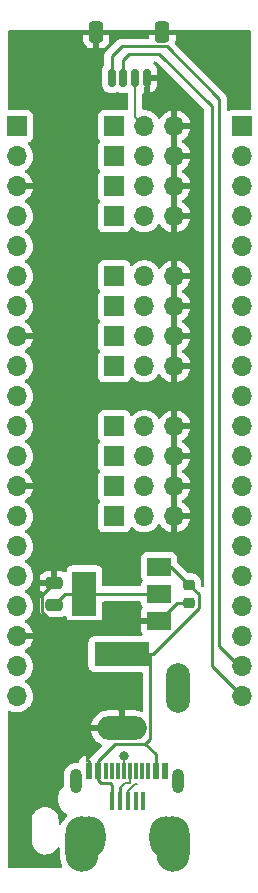
<source format=gbr>
%TF.GenerationSoftware,KiCad,Pcbnew,(6.0.5)*%
%TF.CreationDate,2022-10-13T20:02:31+01:00*%
%TF.ProjectId,OOBB-RASP-PICO-SHIELD-01,4f4f4242-2d52-4415-9350-2d5049434f2d,rev?*%
%TF.SameCoordinates,Original*%
%TF.FileFunction,Copper,L1,Top*%
%TF.FilePolarity,Positive*%
%FSLAX46Y46*%
G04 Gerber Fmt 4.6, Leading zero omitted, Abs format (unit mm)*
G04 Created by KiCad (PCBNEW (6.0.5)) date 2022-10-13 20:02:31*
%MOMM*%
%LPD*%
G01*
G04 APERTURE LIST*
G04 Aperture macros list*
%AMRoundRect*
0 Rectangle with rounded corners*
0 $1 Rounding radius*
0 $2 $3 $4 $5 $6 $7 $8 $9 X,Y pos of 4 corners*
0 Add a 4 corners polygon primitive as box body*
4,1,4,$2,$3,$4,$5,$6,$7,$8,$9,$2,$3,0*
0 Add four circle primitives for the rounded corners*
1,1,$1+$1,$2,$3*
1,1,$1+$1,$4,$5*
1,1,$1+$1,$6,$7*
1,1,$1+$1,$8,$9*
0 Add four rect primitives between the rounded corners*
20,1,$1+$1,$2,$3,$4,$5,0*
20,1,$1+$1,$4,$5,$6,$7,0*
20,1,$1+$1,$6,$7,$8,$9,0*
20,1,$1+$1,$8,$9,$2,$3,0*%
G04 Aperture macros list end*
%TA.AperFunction,SMDPad,CuDef*%
%ADD10R,0.400000X1.650000*%
%TD*%
%TA.AperFunction,ComponentPad*%
%ADD11O,2.800000X3.500000*%
%TD*%
%TA.AperFunction,ComponentPad*%
%ADD12O,2.800000X4.700000*%
%TD*%
%TA.AperFunction,SMDPad,CuDef*%
%ADD13R,0.600000X1.450000*%
%TD*%
%TA.AperFunction,SMDPad,CuDef*%
%ADD14R,0.300000X1.450000*%
%TD*%
%TA.AperFunction,ComponentPad*%
%ADD15O,1.000000X2.100000*%
%TD*%
%TA.AperFunction,ComponentPad*%
%ADD16O,1.000000X1.600000*%
%TD*%
%TA.AperFunction,ComponentPad*%
%ADD17R,1.700000X1.700000*%
%TD*%
%TA.AperFunction,ComponentPad*%
%ADD18O,1.700000X1.700000*%
%TD*%
%TA.AperFunction,ComponentPad*%
%ADD19R,4.600000X2.000000*%
%TD*%
%TA.AperFunction,ComponentPad*%
%ADD20O,4.200000X2.000000*%
%TD*%
%TA.AperFunction,ComponentPad*%
%ADD21O,2.000000X4.200000*%
%TD*%
%TA.AperFunction,SMDPad,CuDef*%
%ADD22RoundRect,0.150000X0.150000X0.625000X-0.150000X0.625000X-0.150000X-0.625000X0.150000X-0.625000X0*%
%TD*%
%TA.AperFunction,SMDPad,CuDef*%
%ADD23RoundRect,0.250000X0.350000X0.650000X-0.350000X0.650000X-0.350000X-0.650000X0.350000X-0.650000X0*%
%TD*%
%TA.AperFunction,SMDPad,CuDef*%
%ADD24R,2.000000X1.500000*%
%TD*%
%TA.AperFunction,SMDPad,CuDef*%
%ADD25R,2.000000X3.800000*%
%TD*%
%TA.AperFunction,SMDPad,CuDef*%
%ADD26RoundRect,0.225000X-0.250000X0.225000X-0.250000X-0.225000X0.250000X-0.225000X0.250000X0.225000X0*%
%TD*%
%TA.AperFunction,SMDPad,CuDef*%
%ADD27RoundRect,0.250000X0.475000X-0.250000X0.475000X0.250000X-0.475000X0.250000X-0.475000X-0.250000X0*%
%TD*%
%TA.AperFunction,ViaPad*%
%ADD28C,0.800000*%
%TD*%
%TA.AperFunction,Conductor*%
%ADD29C,0.200000*%
%TD*%
%TA.AperFunction,Conductor*%
%ADD30C,0.150000*%
%TD*%
%TA.AperFunction,Conductor*%
%ADD31C,0.250000*%
%TD*%
G04 APERTURE END LIST*
D10*
%TO.P,U2,1,VBUS*%
%TO.N,VIN*%
X140187800Y-124820000D03*
%TO.P,U2,2,D-*%
%TO.N,Net-(U2-Pad2)*%
X140850000Y-124820000D03*
%TO.P,U2,3,D+*%
%TO.N,Net-(U2-Pad3)*%
X141500000Y-124820000D03*
%TO.P,U2,4,ID*%
%TO.N,unconnected-(U2-Pad4)*%
X142150000Y-124820000D03*
%TO.P,U2,5,GND*%
%TO.N,GND*%
X142800000Y-124820000D03*
X142800000Y-124820000D03*
D11*
%TO.P,U2,6,Shield*%
%TO.N,Net-(U2-Pad6)*%
X138240000Y-127888000D03*
X144700000Y-127888000D03*
D12*
X145300000Y-128488000D03*
X137640000Y-128488000D03*
D13*
%TO.P,U2,A1,GND*%
%TO.N,GND*%
X138170000Y-122275000D03*
%TO.P,U2,A4,VBUS*%
%TO.N,VIN*%
X138970000Y-122275000D03*
D14*
%TO.P,U2,A5,CC*%
%TO.N,unconnected-(U2-PadA5)*%
X140170000Y-122275000D03*
%TO.P,U2,A6,D+*%
%TO.N,Net-(U2-Pad3)*%
X141170000Y-122275000D03*
%TO.P,U2,A7,D-*%
%TO.N,Net-(U2-Pad2)*%
X141670000Y-122275000D03*
%TO.P,U2,A8,SBU1*%
%TO.N,unconnected-(U2-PadA8)*%
X142670000Y-122275000D03*
D13*
%TO.P,U2,A9,VBUS*%
%TO.N,VIN*%
X143870000Y-122275000D03*
%TO.P,U2,A12,GND*%
%TO.N,GND*%
X144670000Y-122275000D03*
%TO.P,U2,B1,GND*%
X144670000Y-122275000D03*
%TO.P,U2,B4,VBUS*%
%TO.N,VIN*%
X143870000Y-122275000D03*
D14*
%TO.P,U2,B5,VCONN*%
%TO.N,unconnected-(U2-PadB5)*%
X143170000Y-122275000D03*
%TO.P,U2,B6*%
%TO.N,N/C*%
X142170000Y-122275000D03*
%TO.P,U2,B7*%
X140670000Y-122275000D03*
%TO.P,U2,B8,SBU2*%
%TO.N,unconnected-(U2-PadB8)*%
X139670000Y-122275000D03*
D13*
%TO.P,U2,B9,VBUS*%
%TO.N,VIN*%
X138970000Y-122275000D03*
%TO.P,U2,B12,GND*%
%TO.N,GND*%
X138170000Y-122275000D03*
D15*
%TO.P,U2,S1,SHIELD*%
%TO.N,Net-(U2-Pad6)*%
X137100000Y-123190000D03*
D16*
X137100000Y-127370000D03*
X145740000Y-127370000D03*
D15*
X145740000Y-123190000D03*
%TD*%
D17*
%TO.P,J14,1,SIG*%
%TO.N,GPIO09*%
X140355000Y-88035000D03*
D18*
%TO.P,J14,2,VCC*%
%TO.N,VOUT*%
X142895000Y-88035000D03*
%TO.P,J14,3,GND*%
%TO.N,GND*%
X145435000Y-88035000D03*
%TD*%
D19*
%TO.P,J11,1*%
%TO.N,VIN*%
X140970000Y-112395000D03*
D20*
%TO.P,J11,2*%
%TO.N,GND*%
X140970000Y-118695000D03*
D21*
%TO.P,J11,3*%
%TO.N,unconnected-(J11-Pad3)*%
X145770000Y-115295000D03*
%TD*%
D22*
%TO.P,J4,1,Pin_1*%
%TO.N,GND*%
X143125000Y-63595000D03*
%TO.P,J4,2,Pin_2*%
%TO.N,VOUT*%
X142125000Y-63595000D03*
%TO.P,J4,3,Pin_3*%
%TO.N,GPIO16*%
X141125000Y-63595000D03*
%TO.P,J4,4,Pin_4*%
%TO.N,GPIO17*%
X140125000Y-63595000D03*
D23*
%TO.P,J4,MP,MountPin*%
%TO.N,GND*%
X144425000Y-59720000D03*
X138825000Y-59720000D03*
%TD*%
D24*
%TO.P,U1,1,GND*%
%TO.N,GND*%
X144120000Y-109615000D03*
%TO.P,U1,2,VO*%
%TO.N,VOUT*%
X144120000Y-107315000D03*
D25*
X137820000Y-107315000D03*
D24*
%TO.P,U1,3,VI*%
%TO.N,VIN*%
X144120000Y-105015000D03*
%TD*%
D17*
%TO.P,J12,1,SIG*%
%TO.N,GPIO13*%
X140355000Y-100735000D03*
D18*
%TO.P,J12,2,VCC*%
%TO.N,VOUT*%
X142895000Y-100735000D03*
%TO.P,J12,3,GND*%
%TO.N,GND*%
X145435000Y-100735000D03*
%TD*%
D17*
%TO.P,U10,1,GPIO00*%
%TO.N,GPIO00*%
X132100000Y-67720000D03*
D18*
%TO.P,U10,2,GPIO01*%
%TO.N,GPIO01*%
X132100000Y-70260000D03*
%TO.P,U10,3,GND*%
%TO.N,GND*%
X132100000Y-72800000D03*
%TO.P,U10,4,GPIO02*%
%TO.N,GPIO02*%
X132100000Y-75340000D03*
%TO.P,U10,5,GPIO03*%
%TO.N,GPIO03*%
X132100000Y-77880000D03*
%TO.P,U10,6,GPIO04*%
%TO.N,GPIO04*%
X132100000Y-80420000D03*
%TO.P,U10,7,GPIO05*%
%TO.N,GPIO05*%
X132100000Y-82960000D03*
%TO.P,U10,8,GND*%
%TO.N,GND*%
X132100000Y-85500000D03*
%TO.P,U10,9,GPIO06*%
%TO.N,GPIO06*%
X132100000Y-88040000D03*
%TO.P,U10,10,GPIO07*%
%TO.N,GPIO07*%
X132100000Y-90580000D03*
%TO.P,U10,11,GPIO08*%
%TO.N,GPIO08*%
X132100000Y-93120000D03*
%TO.P,U10,12,GPIO09*%
%TO.N,GPIO09*%
X132100000Y-95660000D03*
%TO.P,U10,13,GND*%
%TO.N,GND*%
X132100000Y-98200000D03*
%TO.P,U10,14,GPIO10*%
%TO.N,GPIO10*%
X132100000Y-100740000D03*
%TO.P,U10,15,GPIO11*%
%TO.N,GPIO11*%
X132100000Y-103280000D03*
%TO.P,U10,16,GPIO12*%
%TO.N,GPIO12*%
X132100000Y-105820000D03*
%TO.P,U10,17,GPIO13*%
%TO.N,GPIO13*%
X132100000Y-108360000D03*
%TO.P,U10,18,GND*%
%TO.N,GND*%
X132100000Y-110900000D03*
%TO.P,U10,19,GPIO14*%
%TO.N,GPIO14*%
X132100000Y-113440000D03*
%TO.P,U10,20,GPIO15*%
%TO.N,GPIO15*%
X132100000Y-115980000D03*
%TO.P,U10,21,GPIO16*%
%TO.N,GPIO16*%
X151130000Y-115975000D03*
%TO.P,U10,22,GPIO17*%
%TO.N,GPIO17*%
X151130000Y-113435000D03*
%TO.P,U10,23,GND*%
%TO.N,GND*%
X151130000Y-110895000D03*
%TO.P,U10,24,GPIO18*%
%TO.N,GPIO18*%
X151130000Y-108355000D03*
%TO.P,U10,25,GPIO19*%
%TO.N,GPIO19*%
X151130000Y-105815000D03*
%TO.P,U10,26,GPIO20*%
%TO.N,GPIO20*%
X151130000Y-103275000D03*
%TO.P,U10,27,GPIO21*%
%TO.N,GPIO21*%
X151130000Y-100735000D03*
%TO.P,U10,28,GND*%
%TO.N,GND*%
X151130000Y-98195000D03*
%TO.P,U10,29,GPIO22*%
%TO.N,GPIO22*%
X151130000Y-95655000D03*
%TO.P,U10,30,RUN*%
%TO.N,RUN*%
X151130000Y-93115000D03*
%TO.P,U10,31,GPIO26*%
%TO.N,A0*%
X151130000Y-90575000D03*
%TO.P,U10,32,GPIO27*%
%TO.N,A1*%
X151130000Y-88040000D03*
%TO.P,U10,33,GND*%
%TO.N,GND*%
X151130000Y-85500000D03*
%TO.P,U10,34,GPIO28*%
%TO.N,A2*%
X151130000Y-82960000D03*
%TO.P,U10,35,VREF*%
%TO.N,VREF*%
X151130000Y-80420000D03*
%TO.P,U10,36,3V3*%
%TO.N,VOUT*%
X151130000Y-77880000D03*
%TO.P,U10,37,3EN*%
%TO.N,3EN*%
X151130000Y-75340000D03*
%TO.P,U10,38,GND*%
%TO.N,GND*%
X151130000Y-72800000D03*
%TO.P,U10,39,VSYS*%
%TO.N,VSYS*%
X151130000Y-70260000D03*
D17*
%TO.P,U10,40,VBUS*%
%TO.N,VBUS*%
X151130000Y-67720000D03*
%TD*%
%TO.P,J6,1,SIG*%
%TO.N,GPIO07*%
X140355000Y-82955000D03*
D18*
%TO.P,J6,2,VCC*%
%TO.N,VOUT*%
X142895000Y-82955000D03*
%TO.P,J6,3,GND*%
%TO.N,GND*%
X145435000Y-82955000D03*
%TD*%
D17*
%TO.P,J3,1,SIG*%
%TO.N,GPIO10*%
X140355000Y-93115000D03*
D18*
%TO.P,J3,2,VCC*%
%TO.N,VOUT*%
X142895000Y-93115000D03*
%TO.P,J3,3,GND*%
%TO.N,GND*%
X145435000Y-93115000D03*
%TD*%
D17*
%TO.P,J1,1,SIG*%
%TO.N,GPIO02*%
X140355000Y-67715000D03*
D18*
%TO.P,J1,2,VCC*%
%TO.N,VOUT*%
X142895000Y-67715000D03*
%TO.P,J1,3,GND*%
%TO.N,GND*%
X145435000Y-67715000D03*
%TD*%
D17*
%TO.P,J9,1,SIG*%
%TO.N,GPIO08*%
X140355000Y-85495000D03*
D18*
%TO.P,J9,2,VCC*%
%TO.N,VOUT*%
X142895000Y-85495000D03*
%TO.P,J9,3,GND*%
%TO.N,GND*%
X145435000Y-85495000D03*
%TD*%
D17*
%TO.P,J10,1,SIG*%
%TO.N,GPIO12*%
X140355000Y-98195000D03*
D18*
%TO.P,J10,2,VCC*%
%TO.N,VOUT*%
X142895000Y-98195000D03*
%TO.P,J10,3,GND*%
%TO.N,GND*%
X145435000Y-98195000D03*
%TD*%
D17*
%TO.P,J7,1,SIG*%
%TO.N,GPIO11*%
X140355000Y-95655000D03*
D18*
%TO.P,J7,2,VCC*%
%TO.N,VOUT*%
X142895000Y-95655000D03*
%TO.P,J7,3,GND*%
%TO.N,GND*%
X145435000Y-95655000D03*
%TD*%
D26*
%TO.P,C1,1*%
%TO.N,VIN*%
X146685000Y-106540000D03*
%TO.P,C1,2*%
%TO.N,GND*%
X146685000Y-108090000D03*
%TD*%
D27*
%TO.P,C2,1*%
%TO.N,VOUT*%
X135255000Y-108265000D03*
%TO.P,C2,2*%
%TO.N,GND*%
X135255000Y-106365000D03*
%TD*%
D17*
%TO.P,J5,1,SIG*%
%TO.N,GPIO03*%
X140355000Y-70255000D03*
D18*
%TO.P,J5,2,VCC*%
%TO.N,VOUT*%
X142895000Y-70255000D03*
%TO.P,J5,3,GND*%
%TO.N,GND*%
X145435000Y-70255000D03*
%TD*%
D17*
%TO.P,J8,1,SIG*%
%TO.N,GPIO04*%
X140355000Y-72795000D03*
D18*
%TO.P,J8,2,VCC*%
%TO.N,VOUT*%
X142895000Y-72795000D03*
%TO.P,J8,3,GND*%
%TO.N,GND*%
X145435000Y-72795000D03*
%TD*%
D17*
%TO.P,J2,1,SIG*%
%TO.N,GPIO06*%
X140355000Y-80415000D03*
D18*
%TO.P,J2,2,VCC*%
%TO.N,VOUT*%
X142895000Y-80415000D03*
%TO.P,J2,3,GND*%
%TO.N,GND*%
X145435000Y-80415000D03*
%TD*%
D17*
%TO.P,J13,1,SIG*%
%TO.N,GPIO05*%
X140355000Y-75335000D03*
D18*
%TO.P,J13,2,VCC*%
%TO.N,VOUT*%
X142895000Y-75335000D03*
%TO.P,J13,3,GND*%
%TO.N,GND*%
X145435000Y-75335000D03*
%TD*%
D28*
%TO.N,Net-(U2-Pad3)*%
X141170000Y-121030000D03*
%TD*%
D29*
%TO.N,VOUT*%
X142895000Y-67715000D02*
X142125000Y-66945000D01*
X142125000Y-66945000D02*
X142125000Y-63595000D01*
%TO.N,Net-(U2-Pad3)*%
X142100000Y-123400000D02*
X142300000Y-123400000D01*
X141170000Y-122275000D02*
X141170000Y-121030000D01*
X141200000Y-121000000D02*
X141170000Y-121030000D01*
X141500000Y-124000000D02*
X142100000Y-123400000D01*
X141500000Y-124820000D02*
X141500000Y-124000000D01*
D30*
%TO.N,Net-(U2-Pad2)*%
X141644511Y-123324511D02*
X141670000Y-123299022D01*
X141270489Y-123324511D02*
X141644511Y-123324511D01*
X140850000Y-123745000D02*
X141270489Y-123324511D01*
D31*
X140850000Y-124820000D02*
X140850000Y-123745000D01*
D30*
X141670000Y-123299022D02*
X141670000Y-122275000D01*
D31*
%TO.N,VIN*%
X143870000Y-120909040D02*
X142980480Y-120019520D01*
X143870000Y-122275000D02*
X143870000Y-120909040D01*
X143395000Y-119605000D02*
X143395000Y-112395000D01*
X142980480Y-120019520D02*
X143395000Y-119605000D01*
X140401458Y-120019520D02*
X142980480Y-120019520D01*
X138970000Y-121450978D02*
X140401458Y-120019520D01*
X138970000Y-122275000D02*
X138970000Y-121450978D01*
X139195489Y-123324511D02*
X138970000Y-123099022D01*
X140019511Y-123324511D02*
X139195489Y-123324511D01*
X140187800Y-123492800D02*
X140019511Y-123324511D01*
X140187800Y-124820000D02*
X140187800Y-123492800D01*
X138970000Y-123099022D02*
X138970000Y-122275000D01*
%TO.N,GND*%
X138170000Y-122275000D02*
X138170000Y-121495000D01*
%TO.N,VOUT*%
X137820000Y-107315000D02*
X144120000Y-107315000D01*
X136205000Y-107315000D02*
X137820000Y-107315000D01*
X135255000Y-108265000D02*
X136205000Y-107315000D01*
%TO.N,GND*%
X134205480Y-107414520D02*
X134205480Y-108805480D01*
X134205480Y-108805480D02*
X135015000Y-109615000D01*
X135015000Y-109615000D02*
X144120000Y-109615000D01*
X145645000Y-108090000D02*
X144120000Y-109615000D01*
X146685000Y-108090000D02*
X145645000Y-108090000D01*
X135255000Y-106365000D02*
X134205480Y-107414520D01*
%TO.N,VIN*%
X147484520Y-108542618D02*
X143632138Y-112395000D01*
X143632138Y-112395000D02*
X140970000Y-112395000D01*
X147484520Y-107339520D02*
X147484520Y-108542618D01*
X145160000Y-105015000D02*
X146685000Y-106540000D01*
X146685000Y-106540000D02*
X147484520Y-107339520D01*
X144120000Y-105015000D02*
X145160000Y-105015000D01*
%TO.N,GPIO16*%
X148590000Y-66040000D02*
X148590000Y-113435000D01*
X141125000Y-62075000D02*
X141605000Y-61595000D01*
X148590000Y-113435000D02*
X151130000Y-115975000D01*
X141605000Y-61595000D02*
X144145000Y-61595000D01*
X141125000Y-63595000D02*
X141125000Y-62075000D01*
X144145000Y-61595000D02*
X148590000Y-66040000D01*
%TO.N,GPIO17*%
X150900000Y-113435000D02*
X151130000Y-113435000D01*
X149225000Y-111760000D02*
X150900000Y-113435000D01*
X140125000Y-63595000D02*
X140125000Y-61805000D01*
X149225000Y-65405000D02*
X149225000Y-111760000D01*
X144780000Y-60960000D02*
X149225000Y-65405000D01*
X140970000Y-60960000D02*
X144780000Y-60960000D01*
X140125000Y-61805000D02*
X140970000Y-60960000D01*
%TD*%
%TA.AperFunction,Conductor*%
%TO.N,GND*%
G36*
X151833621Y-59583502D02*
G01*
X151880114Y-59637158D01*
X151891500Y-59689500D01*
X151891500Y-66235500D01*
X151871498Y-66303621D01*
X151817842Y-66350114D01*
X151765500Y-66361500D01*
X150231866Y-66361500D01*
X150169684Y-66368255D01*
X150033295Y-66419385D01*
X150032463Y-66417167D01*
X149975645Y-66429590D01*
X149909099Y-66404851D01*
X149866491Y-66348060D01*
X149858500Y-66303902D01*
X149858500Y-65483767D01*
X149859027Y-65472584D01*
X149860702Y-65465091D01*
X149858562Y-65397014D01*
X149858500Y-65393055D01*
X149858500Y-65365144D01*
X149857995Y-65361144D01*
X149857062Y-65349301D01*
X149855922Y-65313029D01*
X149855673Y-65305110D01*
X149850022Y-65285658D01*
X149846014Y-65266306D01*
X149844467Y-65254063D01*
X149843474Y-65246203D01*
X149840556Y-65238832D01*
X149827200Y-65205097D01*
X149823355Y-65193870D01*
X149822721Y-65191687D01*
X149811018Y-65151407D01*
X149806984Y-65144585D01*
X149806981Y-65144579D01*
X149800706Y-65133968D01*
X149792010Y-65116218D01*
X149787472Y-65104756D01*
X149787469Y-65104751D01*
X149784552Y-65097383D01*
X149758573Y-65061625D01*
X149752057Y-65051707D01*
X149733575Y-65020457D01*
X149729542Y-65013637D01*
X149715218Y-64999313D01*
X149702376Y-64984278D01*
X149690472Y-64967893D01*
X149656406Y-64939711D01*
X149647627Y-64931722D01*
X145507128Y-60791223D01*
X145473102Y-60728911D01*
X145476630Y-60662460D01*
X145520138Y-60531290D01*
X145523005Y-60517914D01*
X145532672Y-60423562D01*
X145533000Y-60417146D01*
X145533000Y-59992115D01*
X145528525Y-59976876D01*
X145527135Y-59975671D01*
X145519452Y-59974000D01*
X143335116Y-59974000D01*
X143319877Y-59978475D01*
X143318672Y-59979865D01*
X143317001Y-59987548D01*
X143317001Y-60200500D01*
X143296999Y-60268621D01*
X143243343Y-60315114D01*
X143191001Y-60326500D01*
X141048763Y-60326500D01*
X141037579Y-60325973D01*
X141030091Y-60324299D01*
X141022168Y-60324548D01*
X140962033Y-60326438D01*
X140958075Y-60326500D01*
X140930144Y-60326500D01*
X140926229Y-60326995D01*
X140926225Y-60326995D01*
X140926167Y-60327003D01*
X140926138Y-60327006D01*
X140914296Y-60327939D01*
X140870110Y-60329327D01*
X140852744Y-60334372D01*
X140850658Y-60334978D01*
X140831306Y-60338986D01*
X140819068Y-60340532D01*
X140819066Y-60340533D01*
X140811203Y-60341526D01*
X140770086Y-60357806D01*
X140758885Y-60361641D01*
X140716406Y-60373982D01*
X140709587Y-60378015D01*
X140709582Y-60378017D01*
X140698971Y-60384293D01*
X140681221Y-60392990D01*
X140662383Y-60400448D01*
X140655967Y-60405109D01*
X140655966Y-60405110D01*
X140639400Y-60417146D01*
X140630570Y-60423562D01*
X140626625Y-60426428D01*
X140616701Y-60432947D01*
X140585460Y-60451422D01*
X140585455Y-60451426D01*
X140578637Y-60455458D01*
X140564313Y-60469782D01*
X140549281Y-60482621D01*
X140532893Y-60494528D01*
X140512478Y-60519206D01*
X140504712Y-60528593D01*
X140496722Y-60537373D01*
X139732747Y-61301348D01*
X139724461Y-61308888D01*
X139717982Y-61313000D01*
X139712557Y-61318777D01*
X139671357Y-61362651D01*
X139668602Y-61365493D01*
X139648865Y-61385230D01*
X139646385Y-61388427D01*
X139638682Y-61397447D01*
X139608414Y-61429679D01*
X139604595Y-61436625D01*
X139604593Y-61436628D01*
X139598652Y-61447434D01*
X139587801Y-61463953D01*
X139575386Y-61479959D01*
X139572241Y-61487228D01*
X139572238Y-61487232D01*
X139557826Y-61520537D01*
X139552609Y-61531187D01*
X139531305Y-61569940D01*
X139529334Y-61577615D01*
X139529334Y-61577616D01*
X139526267Y-61589562D01*
X139519863Y-61608266D01*
X139511819Y-61626855D01*
X139510580Y-61634678D01*
X139510577Y-61634688D01*
X139504901Y-61670524D01*
X139502495Y-61682144D01*
X139491500Y-61724970D01*
X139491500Y-61745224D01*
X139489949Y-61764934D01*
X139486780Y-61784943D01*
X139487526Y-61792835D01*
X139490941Y-61828961D01*
X139491500Y-61840819D01*
X139491500Y-62470050D01*
X139471498Y-62538171D01*
X139460941Y-62551271D01*
X139461011Y-62551325D01*
X139456155Y-62557585D01*
X139450547Y-62563193D01*
X139446511Y-62570017D01*
X139446509Y-62570020D01*
X139382893Y-62677589D01*
X139365855Y-62706399D01*
X139363644Y-62714010D01*
X139363643Y-62714012D01*
X139348472Y-62766231D01*
X139319438Y-62866169D01*
X139318934Y-62872574D01*
X139318933Y-62872579D01*
X139316693Y-62901042D01*
X139316500Y-62903498D01*
X139316500Y-64286502D01*
X139316693Y-64288950D01*
X139316693Y-64288958D01*
X139318927Y-64317333D01*
X139319438Y-64323831D01*
X139321233Y-64330008D01*
X139363643Y-64475988D01*
X139363644Y-64475990D01*
X139365855Y-64483601D01*
X139369892Y-64490427D01*
X139446509Y-64619980D01*
X139446511Y-64619983D01*
X139450547Y-64626807D01*
X139568193Y-64744453D01*
X139575017Y-64748489D01*
X139575020Y-64748491D01*
X139659618Y-64798522D01*
X139711399Y-64829145D01*
X139719010Y-64831356D01*
X139719012Y-64831357D01*
X139733500Y-64835566D01*
X139871169Y-64875562D01*
X139877574Y-64876066D01*
X139877579Y-64876067D01*
X139906042Y-64878307D01*
X139906050Y-64878307D01*
X139908498Y-64878500D01*
X140341502Y-64878500D01*
X140343950Y-64878307D01*
X140343958Y-64878307D01*
X140372421Y-64876067D01*
X140372426Y-64876066D01*
X140378831Y-64875562D01*
X140516500Y-64835566D01*
X140530988Y-64831357D01*
X140530990Y-64831356D01*
X140538601Y-64829145D01*
X140545426Y-64825109D01*
X140560863Y-64815980D01*
X140629679Y-64798522D01*
X140689137Y-64815980D01*
X140704574Y-64825109D01*
X140711399Y-64829145D01*
X140719010Y-64831356D01*
X140719012Y-64831357D01*
X140733500Y-64835566D01*
X140871169Y-64875562D01*
X140877574Y-64876066D01*
X140877579Y-64876067D01*
X140906042Y-64878307D01*
X140906050Y-64878307D01*
X140908498Y-64878500D01*
X141341502Y-64878500D01*
X141343950Y-64878307D01*
X141343958Y-64878307D01*
X141378831Y-64875562D01*
X141379029Y-64878080D01*
X141438445Y-64884327D01*
X141493831Y-64928745D01*
X141516500Y-65000848D01*
X141516500Y-66256877D01*
X141496498Y-66324998D01*
X141442842Y-66371491D01*
X141372568Y-66381595D01*
X141346271Y-66374859D01*
X141322718Y-66366029D01*
X141322712Y-66366027D01*
X141315316Y-66363255D01*
X141253134Y-66356500D01*
X139456866Y-66356500D01*
X139394684Y-66363255D01*
X139258295Y-66414385D01*
X139141739Y-66501739D01*
X139054385Y-66618295D01*
X139003255Y-66754684D01*
X138996500Y-66816866D01*
X138996500Y-68613134D01*
X139003255Y-68675316D01*
X139054385Y-68811705D01*
X139109988Y-68885896D01*
X139127630Y-68909435D01*
X139152478Y-68975941D01*
X139137425Y-69045324D01*
X139127632Y-69060562D01*
X139054385Y-69158295D01*
X139003255Y-69294684D01*
X138996500Y-69356866D01*
X138996500Y-71153134D01*
X139003255Y-71215316D01*
X139054385Y-71351705D01*
X139127630Y-71449435D01*
X139152478Y-71515941D01*
X139137425Y-71585324D01*
X139127632Y-71600562D01*
X139054385Y-71698295D01*
X139003255Y-71834684D01*
X138996500Y-71896866D01*
X138996500Y-73693134D01*
X139003255Y-73755316D01*
X139054385Y-73891705D01*
X139127630Y-73989435D01*
X139152478Y-74055941D01*
X139137425Y-74125324D01*
X139127632Y-74140562D01*
X139054385Y-74238295D01*
X139003255Y-74374684D01*
X138996500Y-74436866D01*
X138996500Y-76233134D01*
X139003255Y-76295316D01*
X139054385Y-76431705D01*
X139141739Y-76548261D01*
X139258295Y-76635615D01*
X139394684Y-76686745D01*
X139456866Y-76693500D01*
X141253134Y-76693500D01*
X141315316Y-76686745D01*
X141451705Y-76635615D01*
X141568261Y-76548261D01*
X141655615Y-76431705D01*
X141677799Y-76372529D01*
X141699598Y-76314382D01*
X141742240Y-76257618D01*
X141808802Y-76232918D01*
X141878150Y-76248126D01*
X141912817Y-76276114D01*
X141941250Y-76308938D01*
X142113126Y-76451632D01*
X142306000Y-76564338D01*
X142310825Y-76566180D01*
X142310826Y-76566181D01*
X142383612Y-76593975D01*
X142514692Y-76644030D01*
X142519760Y-76645061D01*
X142519763Y-76645062D01*
X142614862Y-76664410D01*
X142733597Y-76688567D01*
X142738772Y-76688757D01*
X142738774Y-76688757D01*
X142951673Y-76696564D01*
X142951677Y-76696564D01*
X142956837Y-76696753D01*
X142961957Y-76696097D01*
X142961959Y-76696097D01*
X143173288Y-76669025D01*
X143173289Y-76669025D01*
X143178416Y-76668368D01*
X143183366Y-76666883D01*
X143387429Y-76605661D01*
X143387434Y-76605659D01*
X143392384Y-76604174D01*
X143592994Y-76505896D01*
X143774860Y-76376173D01*
X143933096Y-76218489D01*
X144063453Y-76037077D01*
X144064640Y-76037930D01*
X144111960Y-75994362D01*
X144181897Y-75982145D01*
X144247338Y-76009678D01*
X144275166Y-76041511D01*
X144332694Y-76135388D01*
X144338777Y-76143699D01*
X144478213Y-76304667D01*
X144485580Y-76311883D01*
X144649434Y-76447916D01*
X144657881Y-76453831D01*
X144841756Y-76561279D01*
X144851042Y-76565729D01*
X145050001Y-76641703D01*
X145059899Y-76644579D01*
X145163250Y-76665606D01*
X145177299Y-76664410D01*
X145181000Y-76654065D01*
X145181000Y-76653517D01*
X145689000Y-76653517D01*
X145693064Y-76667359D01*
X145706478Y-76669393D01*
X145713184Y-76668534D01*
X145723262Y-76666392D01*
X145927255Y-76605191D01*
X145936842Y-76601433D01*
X146128095Y-76507739D01*
X146136945Y-76502464D01*
X146310328Y-76378792D01*
X146318200Y-76372139D01*
X146469052Y-76221812D01*
X146475730Y-76213965D01*
X146600003Y-76041020D01*
X146605313Y-76032183D01*
X146699670Y-75841267D01*
X146703469Y-75831672D01*
X146765377Y-75627910D01*
X146767555Y-75617837D01*
X146768986Y-75606962D01*
X146766775Y-75592778D01*
X146753617Y-75589000D01*
X145707115Y-75589000D01*
X145691876Y-75593475D01*
X145690671Y-75594865D01*
X145689000Y-75602548D01*
X145689000Y-76653517D01*
X145181000Y-76653517D01*
X145181000Y-75062885D01*
X145689000Y-75062885D01*
X145693475Y-75078124D01*
X145694865Y-75079329D01*
X145702548Y-75081000D01*
X146753344Y-75081000D01*
X146766875Y-75077027D01*
X146768180Y-75067947D01*
X146726214Y-74900875D01*
X146722894Y-74891124D01*
X146637972Y-74695814D01*
X146633105Y-74686739D01*
X146517426Y-74507926D01*
X146511136Y-74499757D01*
X146367806Y-74342240D01*
X146360273Y-74335215D01*
X146193139Y-74203222D01*
X146184552Y-74197517D01*
X146147116Y-74176851D01*
X146097146Y-74126419D01*
X146082374Y-74056976D01*
X146107490Y-73990571D01*
X146134842Y-73963964D01*
X146310327Y-73838792D01*
X146318200Y-73832139D01*
X146469052Y-73681812D01*
X146475730Y-73673965D01*
X146600003Y-73501020D01*
X146605313Y-73492183D01*
X146699670Y-73301267D01*
X146703469Y-73291672D01*
X146765377Y-73087910D01*
X146767555Y-73077837D01*
X146768986Y-73066962D01*
X146766775Y-73052778D01*
X146753617Y-73049000D01*
X145707115Y-73049000D01*
X145691876Y-73053475D01*
X145690671Y-73054865D01*
X145689000Y-73062548D01*
X145689000Y-75062885D01*
X145181000Y-75062885D01*
X145181000Y-72522885D01*
X145689000Y-72522885D01*
X145693475Y-72538124D01*
X145694865Y-72539329D01*
X145702548Y-72541000D01*
X146753344Y-72541000D01*
X146766875Y-72537027D01*
X146768180Y-72527947D01*
X146726214Y-72360875D01*
X146722894Y-72351124D01*
X146637972Y-72155814D01*
X146633105Y-72146739D01*
X146517426Y-71967926D01*
X146511136Y-71959757D01*
X146367806Y-71802240D01*
X146360273Y-71795215D01*
X146193139Y-71663222D01*
X146184552Y-71657517D01*
X146147116Y-71636851D01*
X146097146Y-71586419D01*
X146082374Y-71516976D01*
X146107490Y-71450571D01*
X146134842Y-71423964D01*
X146310327Y-71298792D01*
X146318200Y-71292139D01*
X146469052Y-71141812D01*
X146475730Y-71133965D01*
X146600003Y-70961020D01*
X146605313Y-70952183D01*
X146699670Y-70761267D01*
X146703469Y-70751672D01*
X146765377Y-70547910D01*
X146767555Y-70537837D01*
X146768986Y-70526962D01*
X146766775Y-70512778D01*
X146753617Y-70509000D01*
X145707115Y-70509000D01*
X145691876Y-70513475D01*
X145690671Y-70514865D01*
X145689000Y-70522548D01*
X145689000Y-72522885D01*
X145181000Y-72522885D01*
X145181000Y-69982885D01*
X145689000Y-69982885D01*
X145693475Y-69998124D01*
X145694865Y-69999329D01*
X145702548Y-70001000D01*
X146753344Y-70001000D01*
X146766875Y-69997027D01*
X146768180Y-69987947D01*
X146726214Y-69820875D01*
X146722894Y-69811124D01*
X146637972Y-69615814D01*
X146633105Y-69606739D01*
X146517426Y-69427926D01*
X146511136Y-69419757D01*
X146367806Y-69262240D01*
X146360273Y-69255215D01*
X146193139Y-69123222D01*
X146184552Y-69117517D01*
X146147116Y-69096851D01*
X146097146Y-69046419D01*
X146082374Y-68976976D01*
X146107490Y-68910571D01*
X146134842Y-68883964D01*
X146310327Y-68758792D01*
X146318200Y-68752139D01*
X146469052Y-68601812D01*
X146475730Y-68593965D01*
X146600003Y-68421020D01*
X146605313Y-68412183D01*
X146699670Y-68221267D01*
X146703469Y-68211672D01*
X146765377Y-68007910D01*
X146767555Y-67997837D01*
X146768986Y-67986962D01*
X146766775Y-67972778D01*
X146753617Y-67969000D01*
X145707115Y-67969000D01*
X145691876Y-67973475D01*
X145690671Y-67974865D01*
X145689000Y-67982548D01*
X145689000Y-69982885D01*
X145181000Y-69982885D01*
X145181000Y-67442885D01*
X145689000Y-67442885D01*
X145693475Y-67458124D01*
X145694865Y-67459329D01*
X145702548Y-67461000D01*
X146753344Y-67461000D01*
X146766875Y-67457027D01*
X146768180Y-67447947D01*
X146726214Y-67280875D01*
X146722894Y-67271124D01*
X146637972Y-67075814D01*
X146633105Y-67066739D01*
X146517426Y-66887926D01*
X146511136Y-66879757D01*
X146367806Y-66722240D01*
X146360273Y-66715215D01*
X146193139Y-66583222D01*
X146184552Y-66577517D01*
X145998117Y-66474599D01*
X145988705Y-66470369D01*
X145787959Y-66399280D01*
X145777988Y-66396646D01*
X145706837Y-66383972D01*
X145693540Y-66385432D01*
X145689000Y-66399989D01*
X145689000Y-67442885D01*
X145181000Y-67442885D01*
X145181000Y-66398102D01*
X145177082Y-66384758D01*
X145162806Y-66382771D01*
X145124324Y-66388660D01*
X145114288Y-66391051D01*
X144911868Y-66457212D01*
X144902359Y-66461209D01*
X144713463Y-66559542D01*
X144704738Y-66565036D01*
X144534433Y-66692905D01*
X144526726Y-66699748D01*
X144379590Y-66853717D01*
X144373109Y-66861722D01*
X144268498Y-67015074D01*
X144213587Y-67060076D01*
X144143062Y-67068247D01*
X144079315Y-67036993D01*
X144058618Y-67012509D01*
X143977822Y-66887617D01*
X143977820Y-66887614D01*
X143975014Y-66883277D01*
X143824670Y-66718051D01*
X143820619Y-66714852D01*
X143820615Y-66714848D01*
X143653414Y-66582800D01*
X143653410Y-66582798D01*
X143649359Y-66579598D01*
X143613028Y-66559542D01*
X143530381Y-66513919D01*
X143453789Y-66471638D01*
X143448920Y-66469914D01*
X143448916Y-66469912D01*
X143248087Y-66398795D01*
X143248083Y-66398794D01*
X143243212Y-66397069D01*
X143238119Y-66396162D01*
X143238116Y-66396161D01*
X143028373Y-66358800D01*
X143028367Y-66358799D01*
X143023284Y-66357894D01*
X142970211Y-66357246D01*
X142857961Y-66355874D01*
X142790089Y-66335041D01*
X142744255Y-66280821D01*
X142733500Y-66229883D01*
X142733500Y-64995922D01*
X142753502Y-64927801D01*
X142807158Y-64881308D01*
X142859141Y-64869923D01*
X142867706Y-64869899D01*
X142871000Y-64862630D01*
X142871000Y-64856878D01*
X143379000Y-64856878D01*
X143382973Y-64870409D01*
X143390871Y-64871544D01*
X143530790Y-64830893D01*
X143545221Y-64824648D01*
X143674678Y-64748089D01*
X143687104Y-64738449D01*
X143793449Y-64632104D01*
X143803089Y-64619678D01*
X143879648Y-64490221D01*
X143885893Y-64475790D01*
X143928269Y-64329935D01*
X143930570Y-64317333D01*
X143932807Y-64288916D01*
X143933000Y-64283986D01*
X143933000Y-63867115D01*
X143928525Y-63851876D01*
X143927135Y-63850671D01*
X143919452Y-63849000D01*
X143397115Y-63849000D01*
X143381876Y-63853475D01*
X143380671Y-63854865D01*
X143379000Y-63862548D01*
X143379000Y-64856878D01*
X142871000Y-64856878D01*
X142871000Y-64537570D01*
X142881115Y-64488725D01*
X142884145Y-64483601D01*
X142886355Y-64475993D01*
X142886357Y-64475989D01*
X142928767Y-64330008D01*
X142930562Y-64323831D01*
X142931074Y-64317333D01*
X142933307Y-64288958D01*
X142933307Y-64288950D01*
X142933500Y-64286502D01*
X142933500Y-63467000D01*
X142953502Y-63398879D01*
X143007158Y-63352386D01*
X143059500Y-63341000D01*
X143914884Y-63341000D01*
X143930123Y-63336525D01*
X143931328Y-63335135D01*
X143932999Y-63327452D01*
X143932999Y-62906017D01*
X143932805Y-62901080D01*
X143930570Y-62872664D01*
X143928270Y-62860069D01*
X143885893Y-62714210D01*
X143879648Y-62699779D01*
X143803089Y-62570322D01*
X143793449Y-62557896D01*
X143681498Y-62445945D01*
X143683226Y-62444217D01*
X143648767Y-62396492D01*
X143644923Y-62325599D01*
X143680017Y-62263883D01*
X143742906Y-62230936D01*
X143767564Y-62228500D01*
X143830406Y-62228500D01*
X143898527Y-62248502D01*
X143919501Y-62265405D01*
X147919595Y-66265499D01*
X147953621Y-66327811D01*
X147956500Y-66354594D01*
X147956500Y-106611405D01*
X147936498Y-106679526D01*
X147882842Y-106726019D01*
X147812568Y-106736123D01*
X147747988Y-106706629D01*
X147741405Y-106700500D01*
X147705405Y-106664500D01*
X147671379Y-106602188D01*
X147668500Y-106575405D01*
X147668500Y-106266268D01*
X147657887Y-106163981D01*
X147640211Y-106111000D01*
X147606073Y-106008676D01*
X147606072Y-106008674D01*
X147603756Y-106001732D01*
X147582317Y-105967086D01*
X147517606Y-105862515D01*
X147513752Y-105856287D01*
X147392702Y-105735448D01*
X147247101Y-105645698D01*
X147084757Y-105591851D01*
X147077920Y-105591151D01*
X147077918Y-105591150D01*
X147036599Y-105586917D01*
X146983732Y-105581500D01*
X146674595Y-105581500D01*
X146606474Y-105561498D01*
X146585499Y-105544595D01*
X145665404Y-104624499D01*
X145631379Y-104562187D01*
X145628500Y-104535404D01*
X145628500Y-104216866D01*
X145621745Y-104154684D01*
X145570615Y-104018295D01*
X145483261Y-103901739D01*
X145366705Y-103814385D01*
X145230316Y-103763255D01*
X145168134Y-103756500D01*
X143071866Y-103756500D01*
X143009684Y-103763255D01*
X142873295Y-103814385D01*
X142756739Y-103901739D01*
X142669385Y-104018295D01*
X142618255Y-104154684D01*
X142611500Y-104216866D01*
X142611500Y-105813134D01*
X142611869Y-105816531D01*
X142612185Y-105819440D01*
X142618255Y-105875316D01*
X142669385Y-106011705D01*
X142674770Y-106018890D01*
X142674771Y-106018892D01*
X142727640Y-106089435D01*
X142752488Y-106155942D01*
X142737435Y-106225324D01*
X142727640Y-106240565D01*
X142708377Y-106266268D01*
X142669385Y-106318295D01*
X142618255Y-106454684D01*
X142611500Y-106516866D01*
X142611500Y-106555500D01*
X142591498Y-106623621D01*
X142537842Y-106670114D01*
X142485500Y-106681500D01*
X139454500Y-106681500D01*
X139386379Y-106661498D01*
X139339886Y-106607842D01*
X139328500Y-106555500D01*
X139328500Y-105366866D01*
X139321745Y-105304684D01*
X139270615Y-105168295D01*
X139183261Y-105051739D01*
X139066705Y-104964385D01*
X138930316Y-104913255D01*
X138868134Y-104906500D01*
X136771866Y-104906500D01*
X136709684Y-104913255D01*
X136573295Y-104964385D01*
X136456739Y-105051739D01*
X136369385Y-105168295D01*
X136318255Y-105304684D01*
X136311500Y-105366866D01*
X136310970Y-105366808D01*
X136288166Y-105431349D01*
X136232078Y-105474876D01*
X136161361Y-105481170D01*
X136119887Y-105464864D01*
X136058755Y-105427183D01*
X136045576Y-105421037D01*
X135891290Y-105369862D01*
X135877914Y-105366995D01*
X135783562Y-105357328D01*
X135777145Y-105357000D01*
X135527115Y-105357000D01*
X135511876Y-105361475D01*
X135510671Y-105362865D01*
X135509000Y-105370548D01*
X135509000Y-106493000D01*
X135488998Y-106561121D01*
X135435342Y-106607614D01*
X135383000Y-106619000D01*
X134040116Y-106619000D01*
X134024877Y-106623475D01*
X134023672Y-106624865D01*
X134022001Y-106632548D01*
X134022001Y-106662095D01*
X134022338Y-106668614D01*
X134032257Y-106764206D01*
X134035149Y-106777600D01*
X134086588Y-106931784D01*
X134092761Y-106944962D01*
X134178063Y-107082807D01*
X134187099Y-107094208D01*
X134301828Y-107208738D01*
X134310762Y-107215794D01*
X134351823Y-107273712D01*
X134355053Y-107344635D01*
X134319426Y-107406046D01*
X134311593Y-107412846D01*
X134305652Y-107416522D01*
X134180695Y-107541697D01*
X134087885Y-107692262D01*
X134032203Y-107860139D01*
X134021500Y-107964600D01*
X134021500Y-108565400D01*
X134021837Y-108568646D01*
X134021837Y-108568650D01*
X134030592Y-108653023D01*
X134032474Y-108671166D01*
X134034655Y-108677702D01*
X134034655Y-108677704D01*
X134068308Y-108778574D01*
X134088450Y-108838946D01*
X134181522Y-108989348D01*
X134306697Y-109114305D01*
X134312927Y-109118145D01*
X134312928Y-109118146D01*
X134450090Y-109202694D01*
X134457262Y-109207115D01*
X134503963Y-109222605D01*
X134618611Y-109260632D01*
X134618613Y-109260632D01*
X134625139Y-109262797D01*
X134631975Y-109263497D01*
X134631978Y-109263498D01*
X134675031Y-109267909D01*
X134729600Y-109273500D01*
X135780400Y-109273500D01*
X135783646Y-109273163D01*
X135783650Y-109273163D01*
X135879308Y-109263238D01*
X135879312Y-109263237D01*
X135886166Y-109262526D01*
X135892702Y-109260345D01*
X135892704Y-109260345D01*
X136024806Y-109216272D01*
X136053946Y-109206550D01*
X136119730Y-109165841D01*
X136188183Y-109147003D01*
X136255953Y-109168164D01*
X136301524Y-109222605D01*
X136311136Y-109263174D01*
X136311500Y-109263134D01*
X136311868Y-109266520D01*
X136311868Y-109266523D01*
X136312589Y-109273163D01*
X136318255Y-109325316D01*
X136369385Y-109461705D01*
X136456739Y-109578261D01*
X136573295Y-109665615D01*
X136709684Y-109716745D01*
X136771866Y-109723500D01*
X138868134Y-109723500D01*
X138930316Y-109716745D01*
X139066705Y-109665615D01*
X139183261Y-109578261D01*
X139270615Y-109461705D01*
X139321745Y-109325316D01*
X139328500Y-109263134D01*
X139328500Y-108074500D01*
X139348502Y-108006379D01*
X139402158Y-107959886D01*
X139454500Y-107948500D01*
X142485500Y-107948500D01*
X142553621Y-107968502D01*
X142600114Y-108022158D01*
X142611500Y-108074500D01*
X142611500Y-108113134D01*
X142618255Y-108175316D01*
X142669385Y-108311705D01*
X142705580Y-108360000D01*
X142727953Y-108389852D01*
X142752801Y-108456358D01*
X142737748Y-108525741D01*
X142727953Y-108540982D01*
X142675214Y-108611352D01*
X142666676Y-108626946D01*
X142621522Y-108747394D01*
X142617895Y-108762649D01*
X142612369Y-108813514D01*
X142612000Y-108820328D01*
X142612000Y-109342885D01*
X142616475Y-109358124D01*
X142617865Y-109359329D01*
X142625548Y-109361000D01*
X144248000Y-109361000D01*
X144316121Y-109381002D01*
X144362614Y-109434658D01*
X144374000Y-109487000D01*
X144374000Y-109743000D01*
X144353998Y-109811121D01*
X144300342Y-109857614D01*
X144248000Y-109869000D01*
X142630116Y-109869000D01*
X142614877Y-109873475D01*
X142613672Y-109874865D01*
X142612001Y-109882548D01*
X142612001Y-110409669D01*
X142612371Y-110416490D01*
X142617895Y-110467352D01*
X142621521Y-110482604D01*
X142666676Y-110603054D01*
X142675214Y-110618648D01*
X142724893Y-110684935D01*
X142749741Y-110751441D01*
X142734688Y-110820824D01*
X142684514Y-110871054D01*
X142624067Y-110886500D01*
X138621866Y-110886500D01*
X138559684Y-110893255D01*
X138423295Y-110944385D01*
X138306739Y-111031739D01*
X138219385Y-111148295D01*
X138168255Y-111284684D01*
X138161500Y-111346866D01*
X138161500Y-113443134D01*
X138168255Y-113505316D01*
X138219385Y-113641705D01*
X138306739Y-113758261D01*
X138423295Y-113845615D01*
X138559684Y-113896745D01*
X138621866Y-113903500D01*
X142635500Y-113903500D01*
X142703621Y-113923502D01*
X142750114Y-113977158D01*
X142761500Y-114029500D01*
X142761500Y-117161531D01*
X142741498Y-117229652D01*
X142687842Y-117276145D01*
X142617568Y-117286249D01*
X142594479Y-117280666D01*
X142451030Y-117231273D01*
X142441257Y-117228764D01*
X142211029Y-117188996D01*
X142203157Y-117188141D01*
X142179449Y-117187064D01*
X142176616Y-117187000D01*
X141242115Y-117187000D01*
X141226876Y-117191475D01*
X141225671Y-117192865D01*
X141224000Y-117200548D01*
X141224000Y-118823000D01*
X141203998Y-118891121D01*
X141150342Y-118937614D01*
X141098000Y-118949000D01*
X138399410Y-118949000D01*
X138385324Y-118953136D01*
X138383275Y-118966114D01*
X138385325Y-118983830D01*
X138387285Y-118993727D01*
X138450604Y-119217494D01*
X138454116Y-119226938D01*
X138552399Y-119437705D01*
X138557378Y-119446471D01*
X138688087Y-119638802D01*
X138694419Y-119646677D01*
X138854186Y-119815626D01*
X138861695Y-119822387D01*
X139046426Y-119963625D01*
X139054901Y-119969086D01*
X139231567Y-120063814D01*
X139282150Y-120113632D01*
X139297769Y-120182889D01*
X139273465Y-120249597D01*
X139261120Y-120263953D01*
X138577747Y-120947326D01*
X138569461Y-120954866D01*
X138562982Y-120958978D01*
X138557557Y-120964755D01*
X138522344Y-121002253D01*
X138461131Y-121038218D01*
X138450545Y-121039525D01*
X138426876Y-121046475D01*
X138425671Y-121047865D01*
X138422725Y-121061410D01*
X138388701Y-121123722D01*
X138375182Y-121135444D01*
X138306739Y-121186739D01*
X138219385Y-121303295D01*
X138168255Y-121439684D01*
X138167402Y-121447536D01*
X138167401Y-121447540D01*
X138167263Y-121448815D01*
X138166878Y-121449741D01*
X138165575Y-121455222D01*
X138164688Y-121455011D01*
X138140021Y-121514377D01*
X138081659Y-121554804D01*
X138010704Y-121557260D01*
X137949686Y-121520965D01*
X137917977Y-121457443D01*
X137916000Y-121435208D01*
X137916000Y-121060116D01*
X137911525Y-121044877D01*
X137910135Y-121043672D01*
X137902452Y-121042001D01*
X137825331Y-121042001D01*
X137818510Y-121042371D01*
X137767648Y-121047895D01*
X137752396Y-121051521D01*
X137631946Y-121096676D01*
X137616351Y-121105214D01*
X137514276Y-121181715D01*
X137501715Y-121194276D01*
X137425214Y-121296351D01*
X137416676Y-121311946D01*
X137371522Y-121432394D01*
X137367895Y-121447649D01*
X137362369Y-121498514D01*
X137362000Y-121505328D01*
X137362000Y-121513501D01*
X137341998Y-121581622D01*
X137288342Y-121628115D01*
X137222830Y-121638811D01*
X137113204Y-121627289D01*
X137113202Y-121627289D01*
X137107075Y-121626645D01*
X137024576Y-121634153D01*
X136916251Y-121644011D01*
X136916248Y-121644012D01*
X136910112Y-121644570D01*
X136904206Y-121646308D01*
X136904202Y-121646309D01*
X136799076Y-121677249D01*
X136720381Y-121700410D01*
X136714923Y-121703263D01*
X136714919Y-121703265D01*
X136624147Y-121750720D01*
X136545110Y-121792040D01*
X136390975Y-121915968D01*
X136263846Y-122067474D01*
X136260879Y-122072872D01*
X136260875Y-122072877D01*
X136257397Y-122079204D01*
X136168567Y-122240787D01*
X136166706Y-122246654D01*
X136166705Y-122246656D01*
X136110627Y-122423436D01*
X136108765Y-122429306D01*
X136091500Y-122583227D01*
X136091500Y-123543593D01*
X136071498Y-123611714D01*
X136052471Y-123634763D01*
X135934144Y-123747641D01*
X135934139Y-123747646D01*
X135930282Y-123751326D01*
X135787598Y-123943100D01*
X135679267Y-124156172D01*
X135643826Y-124270312D01*
X135609968Y-124379349D01*
X135609967Y-124379355D01*
X135608384Y-124384452D01*
X135576977Y-124621411D01*
X135585945Y-124860274D01*
X135635030Y-125094211D01*
X135722829Y-125316533D01*
X135846832Y-125520883D01*
X135850329Y-125524913D01*
X135996304Y-125693134D01*
X136003493Y-125701419D01*
X136007619Y-125704802D01*
X136007623Y-125704806D01*
X136122892Y-125799320D01*
X136188333Y-125852978D01*
X136318703Y-125927189D01*
X136320869Y-125928422D01*
X136370175Y-125979505D01*
X136384036Y-126049135D01*
X136358052Y-126115206D01*
X136344148Y-126130372D01*
X136343387Y-126131077D01*
X136339818Y-126133931D01*
X136336697Y-126137272D01*
X136336696Y-126137273D01*
X136324692Y-126150123D01*
X136150750Y-126336327D01*
X135992880Y-126563896D01*
X135990851Y-126567975D01*
X135872311Y-126806249D01*
X135824060Y-126858329D01*
X135755312Y-126876056D01*
X135687894Y-126853801D01*
X135643210Y-126798630D01*
X135633500Y-126750126D01*
X135633500Y-126445959D01*
X135618113Y-126284685D01*
X135557226Y-126077140D01*
X135546320Y-126055965D01*
X135460937Y-125890183D01*
X135460935Y-125890180D01*
X135458191Y-125884852D01*
X135387050Y-125794285D01*
X135328289Y-125719478D01*
X135328285Y-125719473D01*
X135324583Y-125714761D01*
X135304560Y-125697386D01*
X135165752Y-125576933D01*
X135165747Y-125576929D01*
X135161221Y-125573002D01*
X134974001Y-125464693D01*
X134850983Y-125421974D01*
X134775342Y-125395707D01*
X134775340Y-125395706D01*
X134769677Y-125393740D01*
X134763742Y-125392879D01*
X134763740Y-125392879D01*
X134561563Y-125363564D01*
X134561560Y-125363564D01*
X134555623Y-125362703D01*
X134339562Y-125372704D01*
X134244115Y-125395707D01*
X134135123Y-125421974D01*
X134135121Y-125421975D01*
X134129290Y-125423380D01*
X134123832Y-125425862D01*
X134123828Y-125425863D01*
X134031815Y-125467699D01*
X133932394Y-125512903D01*
X133755979Y-125638043D01*
X133751837Y-125642370D01*
X133614356Y-125785985D01*
X133606410Y-125794285D01*
X133603159Y-125799320D01*
X133510990Y-125942065D01*
X133489084Y-125975991D01*
X133408234Y-126176604D01*
X133407086Y-126182485D01*
X133407084Y-126182490D01*
X133367646Y-126384441D01*
X133366778Y-126388887D01*
X133366500Y-126394571D01*
X133366500Y-128304041D01*
X133381887Y-128465315D01*
X133442774Y-128672860D01*
X133445518Y-128678187D01*
X133445518Y-128678188D01*
X133539059Y-128859808D01*
X133541809Y-128865148D01*
X133545513Y-128869863D01*
X133671711Y-129030522D01*
X133671715Y-129030527D01*
X133675417Y-129035239D01*
X133679947Y-129039170D01*
X133679948Y-129039171D01*
X133834248Y-129173067D01*
X133834253Y-129173071D01*
X133838779Y-129176998D01*
X134025999Y-129285307D01*
X134136795Y-129323782D01*
X134224658Y-129354293D01*
X134224660Y-129354294D01*
X134230323Y-129356260D01*
X134236258Y-129357121D01*
X134236260Y-129357121D01*
X134438437Y-129386436D01*
X134438440Y-129386436D01*
X134444377Y-129387297D01*
X134660438Y-129377296D01*
X134795770Y-129344681D01*
X134864877Y-129328026D01*
X134864879Y-129328025D01*
X134870710Y-129326620D01*
X134876168Y-129324138D01*
X134876172Y-129324137D01*
X134995348Y-129269951D01*
X135067606Y-129237097D01*
X135244021Y-129111957D01*
X135393590Y-128955715D01*
X135499648Y-128791460D01*
X135553403Y-128745083D01*
X135623699Y-128735129D01*
X135688216Y-128764760D01*
X135726472Y-128824569D01*
X135731500Y-128859808D01*
X135731500Y-129508356D01*
X135731665Y-129510624D01*
X135731665Y-129510636D01*
X135739907Y-129624222D01*
X135746439Y-129714241D01*
X135806149Y-129984695D01*
X135904276Y-130243696D01*
X135906492Y-130247686D01*
X135906495Y-130247692D01*
X135937948Y-130304317D01*
X135953541Y-130373580D01*
X135929211Y-130440278D01*
X135872684Y-130483234D01*
X135827800Y-130491500D01*
X131444500Y-130491500D01*
X131376379Y-130471498D01*
X131329886Y-130417842D01*
X131318500Y-130365500D01*
X131318500Y-118423264D01*
X138386179Y-118423264D01*
X138387302Y-118437325D01*
X138397410Y-118441000D01*
X140697885Y-118441000D01*
X140713124Y-118436525D01*
X140714329Y-118435135D01*
X140716000Y-118427452D01*
X140716000Y-117205115D01*
X140711525Y-117189876D01*
X140710135Y-117188671D01*
X140702452Y-117187000D01*
X139811544Y-117187000D01*
X139806512Y-117187202D01*
X139633157Y-117201150D01*
X139623204Y-117202762D01*
X139397367Y-117258233D01*
X139387797Y-117261416D01*
X139173735Y-117352280D01*
X139164793Y-117356955D01*
X138968013Y-117480874D01*
X138959940Y-117486914D01*
X138785500Y-117640703D01*
X138778496Y-117647956D01*
X138630890Y-117827654D01*
X138625134Y-117835936D01*
X138508159Y-118036919D01*
X138503797Y-118046024D01*
X138420463Y-118263115D01*
X138417612Y-118272804D01*
X138386179Y-118423264D01*
X131318500Y-118423264D01*
X131318500Y-117316414D01*
X131338502Y-117248293D01*
X131392158Y-117201800D01*
X131462432Y-117191696D01*
X131501477Y-117205324D01*
X131501874Y-117204496D01*
X131506539Y-117206731D01*
X131511000Y-117209338D01*
X131515825Y-117211180D01*
X131515826Y-117211181D01*
X131535899Y-117218846D01*
X131719692Y-117289030D01*
X131724760Y-117290061D01*
X131724763Y-117290062D01*
X131817970Y-117309025D01*
X131938597Y-117333567D01*
X131943772Y-117333757D01*
X131943774Y-117333757D01*
X132156673Y-117341564D01*
X132156677Y-117341564D01*
X132161837Y-117341753D01*
X132166957Y-117341097D01*
X132166959Y-117341097D01*
X132378288Y-117314025D01*
X132378289Y-117314025D01*
X132383416Y-117313368D01*
X132400082Y-117308368D01*
X132592429Y-117250661D01*
X132592434Y-117250659D01*
X132597384Y-117249174D01*
X132797994Y-117150896D01*
X132979860Y-117021173D01*
X132995737Y-117005352D01*
X133134435Y-116867137D01*
X133138096Y-116863489D01*
X133195222Y-116783990D01*
X133265435Y-116686277D01*
X133268453Y-116682077D01*
X133321342Y-116575065D01*
X133365136Y-116486453D01*
X133365137Y-116486451D01*
X133367430Y-116481811D01*
X133432370Y-116268069D01*
X133461529Y-116046590D01*
X133463156Y-115980000D01*
X133444852Y-115757361D01*
X133390431Y-115540702D01*
X133301354Y-115335840D01*
X133180014Y-115148277D01*
X133029670Y-114983051D01*
X133025619Y-114979852D01*
X133025615Y-114979848D01*
X132858414Y-114847800D01*
X132858410Y-114847798D01*
X132854359Y-114844598D01*
X132813053Y-114821796D01*
X132763084Y-114771364D01*
X132748312Y-114701921D01*
X132773428Y-114635516D01*
X132800780Y-114608909D01*
X132844603Y-114577650D01*
X132979860Y-114481173D01*
X133138096Y-114323489D01*
X133268453Y-114142077D01*
X133271201Y-114136518D01*
X133365136Y-113946453D01*
X133365137Y-113946451D01*
X133367430Y-113941811D01*
X133423197Y-113758261D01*
X133430865Y-113733023D01*
X133430865Y-113733021D01*
X133432370Y-113728069D01*
X133461529Y-113506590D01*
X133461752Y-113497460D01*
X133463074Y-113443365D01*
X133463074Y-113443361D01*
X133463156Y-113440000D01*
X133444852Y-113217361D01*
X133390431Y-113000702D01*
X133301354Y-112795840D01*
X133180014Y-112608277D01*
X133029670Y-112443051D01*
X133025619Y-112439852D01*
X133025615Y-112439848D01*
X132858414Y-112307800D01*
X132858410Y-112307798D01*
X132854359Y-112304598D01*
X132845302Y-112299598D01*
X132812569Y-112281529D01*
X132762598Y-112231097D01*
X132747826Y-112161654D01*
X132772942Y-112095248D01*
X132800294Y-112068641D01*
X132975328Y-111943792D01*
X132983200Y-111937139D01*
X133134052Y-111786812D01*
X133140730Y-111778965D01*
X133265003Y-111606020D01*
X133270313Y-111597183D01*
X133364670Y-111406267D01*
X133368469Y-111396672D01*
X133430377Y-111192910D01*
X133432555Y-111182837D01*
X133433986Y-111171962D01*
X133431775Y-111157778D01*
X133418617Y-111154000D01*
X131972000Y-111154000D01*
X131903879Y-111133998D01*
X131857386Y-111080342D01*
X131846000Y-111028000D01*
X131846000Y-110772000D01*
X131866002Y-110703879D01*
X131919658Y-110657386D01*
X131972000Y-110646000D01*
X133418344Y-110646000D01*
X133431875Y-110642027D01*
X133433180Y-110632947D01*
X133391214Y-110465875D01*
X133387894Y-110456124D01*
X133302972Y-110260814D01*
X133298105Y-110251739D01*
X133182426Y-110072926D01*
X133176136Y-110064757D01*
X133032806Y-109907240D01*
X133025273Y-109900215D01*
X132858139Y-109768222D01*
X132849556Y-109762520D01*
X132812602Y-109742120D01*
X132762631Y-109691687D01*
X132747859Y-109622245D01*
X132772975Y-109555839D01*
X132800327Y-109529232D01*
X132859534Y-109487000D01*
X132979860Y-109401173D01*
X133021851Y-109359329D01*
X133108318Y-109273163D01*
X133138096Y-109243489D01*
X133193892Y-109165841D01*
X133265435Y-109066277D01*
X133268453Y-109062077D01*
X133354000Y-108888986D01*
X133365136Y-108866453D01*
X133365137Y-108866451D01*
X133367430Y-108861811D01*
X133432370Y-108648069D01*
X133461529Y-108426590D01*
X133463156Y-108360000D01*
X133444852Y-108137361D01*
X133390431Y-107920702D01*
X133301354Y-107715840D01*
X133180014Y-107528277D01*
X133029670Y-107363051D01*
X133025619Y-107359852D01*
X133025615Y-107359848D01*
X132858414Y-107227800D01*
X132858410Y-107227798D01*
X132854359Y-107224598D01*
X132813053Y-107201796D01*
X132763084Y-107151364D01*
X132748312Y-107081921D01*
X132773428Y-107015516D01*
X132800780Y-106988909D01*
X132862391Y-106944962D01*
X132979860Y-106861173D01*
X133138096Y-106703489D01*
X133143100Y-106696526D01*
X133265435Y-106526277D01*
X133268453Y-106522077D01*
X133271029Y-106516866D01*
X133365136Y-106326453D01*
X133365137Y-106326451D01*
X133367430Y-106321811D01*
X133432370Y-106108069D01*
X133434369Y-106092885D01*
X134022000Y-106092885D01*
X134026475Y-106108124D01*
X134027865Y-106109329D01*
X134035548Y-106111000D01*
X134982885Y-106111000D01*
X134998124Y-106106525D01*
X134999329Y-106105135D01*
X135001000Y-106097452D01*
X135001000Y-105375116D01*
X134996525Y-105359877D01*
X134995135Y-105358672D01*
X134987452Y-105357001D01*
X134732905Y-105357001D01*
X134726386Y-105357338D01*
X134630794Y-105367257D01*
X134617400Y-105370149D01*
X134463216Y-105421588D01*
X134450038Y-105427761D01*
X134312193Y-105513063D01*
X134300792Y-105522099D01*
X134186261Y-105636829D01*
X134177249Y-105648240D01*
X134092184Y-105786243D01*
X134086037Y-105799424D01*
X134034862Y-105953710D01*
X134031995Y-105967086D01*
X134022328Y-106061438D01*
X134022000Y-106067855D01*
X134022000Y-106092885D01*
X133434369Y-106092885D01*
X133461529Y-105886590D01*
X133461624Y-105882715D01*
X133463074Y-105823365D01*
X133463074Y-105823361D01*
X133463156Y-105820000D01*
X133444852Y-105597361D01*
X133390431Y-105380702D01*
X133301354Y-105175840D01*
X133261906Y-105114862D01*
X133182822Y-104992617D01*
X133182820Y-104992614D01*
X133180014Y-104988277D01*
X133029670Y-104823051D01*
X133025619Y-104819852D01*
X133025615Y-104819848D01*
X132858414Y-104687800D01*
X132858410Y-104687798D01*
X132854359Y-104684598D01*
X132813053Y-104661796D01*
X132763084Y-104611364D01*
X132748312Y-104541921D01*
X132773428Y-104475516D01*
X132800780Y-104448909D01*
X132844603Y-104417650D01*
X132979860Y-104321173D01*
X133138096Y-104163489D01*
X133268453Y-103982077D01*
X133308159Y-103901739D01*
X133365136Y-103786453D01*
X133365137Y-103786451D01*
X133367430Y-103781811D01*
X133432370Y-103568069D01*
X133461529Y-103346590D01*
X133463156Y-103280000D01*
X133444852Y-103057361D01*
X133390431Y-102840702D01*
X133301354Y-102635840D01*
X133180014Y-102448277D01*
X133029670Y-102283051D01*
X133025619Y-102279852D01*
X133025615Y-102279848D01*
X132858414Y-102147800D01*
X132858410Y-102147798D01*
X132854359Y-102144598D01*
X132813053Y-102121796D01*
X132763084Y-102071364D01*
X132748312Y-102001921D01*
X132773428Y-101935516D01*
X132800780Y-101908909D01*
X132844603Y-101877650D01*
X132979860Y-101781173D01*
X133128417Y-101633134D01*
X138996500Y-101633134D01*
X139003255Y-101695316D01*
X139054385Y-101831705D01*
X139141739Y-101948261D01*
X139258295Y-102035615D01*
X139394684Y-102086745D01*
X139456866Y-102093500D01*
X141253134Y-102093500D01*
X141315316Y-102086745D01*
X141451705Y-102035615D01*
X141568261Y-101948261D01*
X141655615Y-101831705D01*
X141677799Y-101772529D01*
X141699598Y-101714382D01*
X141742240Y-101657618D01*
X141808802Y-101632918D01*
X141878150Y-101648126D01*
X141912817Y-101676114D01*
X141941250Y-101708938D01*
X142113126Y-101851632D01*
X142306000Y-101964338D01*
X142310825Y-101966180D01*
X142310826Y-101966181D01*
X142383612Y-101993975D01*
X142514692Y-102044030D01*
X142519760Y-102045061D01*
X142519763Y-102045062D01*
X142614862Y-102064410D01*
X142733597Y-102088567D01*
X142738772Y-102088757D01*
X142738774Y-102088757D01*
X142951673Y-102096564D01*
X142951677Y-102096564D01*
X142956837Y-102096753D01*
X142961957Y-102096097D01*
X142961959Y-102096097D01*
X143173288Y-102069025D01*
X143173289Y-102069025D01*
X143178416Y-102068368D01*
X143183366Y-102066883D01*
X143387429Y-102005661D01*
X143387434Y-102005659D01*
X143392384Y-102004174D01*
X143592994Y-101905896D01*
X143774860Y-101776173D01*
X143933096Y-101618489D01*
X143957308Y-101584795D01*
X144063453Y-101437077D01*
X144064640Y-101437930D01*
X144111960Y-101394362D01*
X144181897Y-101382145D01*
X144247338Y-101409678D01*
X144275166Y-101441511D01*
X144332694Y-101535388D01*
X144338777Y-101543699D01*
X144478213Y-101704667D01*
X144485580Y-101711883D01*
X144649434Y-101847916D01*
X144657881Y-101853831D01*
X144841756Y-101961279D01*
X144851042Y-101965729D01*
X145050001Y-102041703D01*
X145059899Y-102044579D01*
X145163250Y-102065606D01*
X145177299Y-102064410D01*
X145181000Y-102054065D01*
X145181000Y-102053517D01*
X145689000Y-102053517D01*
X145693064Y-102067359D01*
X145706478Y-102069393D01*
X145713184Y-102068534D01*
X145723262Y-102066392D01*
X145927255Y-102005191D01*
X145936842Y-102001433D01*
X146128095Y-101907739D01*
X146136945Y-101902464D01*
X146310328Y-101778792D01*
X146318200Y-101772139D01*
X146469052Y-101621812D01*
X146475730Y-101613965D01*
X146600003Y-101441020D01*
X146605313Y-101432183D01*
X146699670Y-101241267D01*
X146703469Y-101231672D01*
X146765377Y-101027910D01*
X146767555Y-101017837D01*
X146768986Y-101006962D01*
X146766775Y-100992778D01*
X146753617Y-100989000D01*
X145707115Y-100989000D01*
X145691876Y-100993475D01*
X145690671Y-100994865D01*
X145689000Y-101002548D01*
X145689000Y-102053517D01*
X145181000Y-102053517D01*
X145181000Y-100462885D01*
X145689000Y-100462885D01*
X145693475Y-100478124D01*
X145694865Y-100479329D01*
X145702548Y-100481000D01*
X146753344Y-100481000D01*
X146766875Y-100477027D01*
X146768180Y-100467947D01*
X146726214Y-100300875D01*
X146722894Y-100291124D01*
X146637972Y-100095814D01*
X146633105Y-100086739D01*
X146517426Y-99907926D01*
X146511136Y-99899757D01*
X146367806Y-99742240D01*
X146360273Y-99735215D01*
X146193139Y-99603222D01*
X146184552Y-99597517D01*
X146147116Y-99576851D01*
X146097146Y-99526419D01*
X146082374Y-99456976D01*
X146107490Y-99390571D01*
X146134842Y-99363964D01*
X146310327Y-99238792D01*
X146318200Y-99232139D01*
X146469052Y-99081812D01*
X146475730Y-99073965D01*
X146600003Y-98901020D01*
X146605313Y-98892183D01*
X146699670Y-98701267D01*
X146703469Y-98691672D01*
X146765377Y-98487910D01*
X146767555Y-98477837D01*
X146768986Y-98466962D01*
X146766775Y-98452778D01*
X146753617Y-98449000D01*
X145707115Y-98449000D01*
X145691876Y-98453475D01*
X145690671Y-98454865D01*
X145689000Y-98462548D01*
X145689000Y-100462885D01*
X145181000Y-100462885D01*
X145181000Y-97922885D01*
X145689000Y-97922885D01*
X145693475Y-97938124D01*
X145694865Y-97939329D01*
X145702548Y-97941000D01*
X146753344Y-97941000D01*
X146766875Y-97937027D01*
X146768180Y-97927947D01*
X146726214Y-97760875D01*
X146722894Y-97751124D01*
X146637972Y-97555814D01*
X146633105Y-97546739D01*
X146517426Y-97367926D01*
X146511136Y-97359757D01*
X146367806Y-97202240D01*
X146360273Y-97195215D01*
X146193139Y-97063222D01*
X146184552Y-97057517D01*
X146147116Y-97036851D01*
X146097146Y-96986419D01*
X146082374Y-96916976D01*
X146107490Y-96850571D01*
X146134842Y-96823964D01*
X146310327Y-96698792D01*
X146318200Y-96692139D01*
X146469052Y-96541812D01*
X146475730Y-96533965D01*
X146600003Y-96361020D01*
X146605313Y-96352183D01*
X146699670Y-96161267D01*
X146703469Y-96151672D01*
X146765377Y-95947910D01*
X146767555Y-95937837D01*
X146768986Y-95926962D01*
X146766775Y-95912778D01*
X146753617Y-95909000D01*
X145707115Y-95909000D01*
X145691876Y-95913475D01*
X145690671Y-95914865D01*
X145689000Y-95922548D01*
X145689000Y-97922885D01*
X145181000Y-97922885D01*
X145181000Y-95382885D01*
X145689000Y-95382885D01*
X145693475Y-95398124D01*
X145694865Y-95399329D01*
X145702548Y-95401000D01*
X146753344Y-95401000D01*
X146766875Y-95397027D01*
X146768180Y-95387947D01*
X146726214Y-95220875D01*
X146722894Y-95211124D01*
X146637972Y-95015814D01*
X146633105Y-95006739D01*
X146517426Y-94827926D01*
X146511136Y-94819757D01*
X146367806Y-94662240D01*
X146360273Y-94655215D01*
X146193139Y-94523222D01*
X146184552Y-94517517D01*
X146147116Y-94496851D01*
X146097146Y-94446419D01*
X146082374Y-94376976D01*
X146107490Y-94310571D01*
X146134842Y-94283964D01*
X146310327Y-94158792D01*
X146318200Y-94152139D01*
X146469052Y-94001812D01*
X146475730Y-93993965D01*
X146600003Y-93821020D01*
X146605313Y-93812183D01*
X146699670Y-93621267D01*
X146703469Y-93611672D01*
X146765377Y-93407910D01*
X146767555Y-93397837D01*
X146768986Y-93386962D01*
X146766775Y-93372778D01*
X146753617Y-93369000D01*
X145707115Y-93369000D01*
X145691876Y-93373475D01*
X145690671Y-93374865D01*
X145689000Y-93382548D01*
X145689000Y-95382885D01*
X145181000Y-95382885D01*
X145181000Y-92842885D01*
X145689000Y-92842885D01*
X145693475Y-92858124D01*
X145694865Y-92859329D01*
X145702548Y-92861000D01*
X146753344Y-92861000D01*
X146766875Y-92857027D01*
X146768180Y-92847947D01*
X146726214Y-92680875D01*
X146722894Y-92671124D01*
X146637972Y-92475814D01*
X146633105Y-92466739D01*
X146517426Y-92287926D01*
X146511136Y-92279757D01*
X146367806Y-92122240D01*
X146360273Y-92115215D01*
X146193139Y-91983222D01*
X146184552Y-91977517D01*
X145998117Y-91874599D01*
X145988705Y-91870369D01*
X145787959Y-91799280D01*
X145777988Y-91796646D01*
X145706837Y-91783972D01*
X145693540Y-91785432D01*
X145689000Y-91799989D01*
X145689000Y-92842885D01*
X145181000Y-92842885D01*
X145181000Y-91798102D01*
X145177082Y-91784758D01*
X145162806Y-91782771D01*
X145124324Y-91788660D01*
X145114288Y-91791051D01*
X144911868Y-91857212D01*
X144902359Y-91861209D01*
X144713463Y-91959542D01*
X144704738Y-91965036D01*
X144534433Y-92092905D01*
X144526726Y-92099748D01*
X144379590Y-92253717D01*
X144373109Y-92261722D01*
X144268498Y-92415074D01*
X144213587Y-92460076D01*
X144143062Y-92468247D01*
X144079315Y-92436993D01*
X144058618Y-92412509D01*
X143977822Y-92287617D01*
X143977820Y-92287614D01*
X143975014Y-92283277D01*
X143824670Y-92118051D01*
X143820619Y-92114852D01*
X143820615Y-92114848D01*
X143653414Y-91982800D01*
X143653410Y-91982798D01*
X143649359Y-91979598D01*
X143617113Y-91961797D01*
X143544420Y-91921669D01*
X143453789Y-91871638D01*
X143448920Y-91869914D01*
X143448916Y-91869912D01*
X143248087Y-91798795D01*
X143248083Y-91798794D01*
X143243212Y-91797069D01*
X143238119Y-91796162D01*
X143238116Y-91796161D01*
X143028373Y-91758800D01*
X143028367Y-91758799D01*
X143023284Y-91757894D01*
X142949452Y-91756992D01*
X142805081Y-91755228D01*
X142805079Y-91755228D01*
X142799911Y-91755165D01*
X142579091Y-91788955D01*
X142366756Y-91858357D01*
X142168607Y-91961507D01*
X142164474Y-91964610D01*
X142164471Y-91964612D01*
X141994100Y-92092530D01*
X141989965Y-92095635D01*
X141923783Y-92164891D01*
X141909283Y-92180064D01*
X141847759Y-92215494D01*
X141776846Y-92212037D01*
X141719060Y-92170791D01*
X141700207Y-92137243D01*
X141658767Y-92026703D01*
X141655615Y-92018295D01*
X141568261Y-91901739D01*
X141451705Y-91814385D01*
X141315316Y-91763255D01*
X141253134Y-91756500D01*
X139456866Y-91756500D01*
X139394684Y-91763255D01*
X139258295Y-91814385D01*
X139141739Y-91901739D01*
X139054385Y-92018295D01*
X139003255Y-92154684D01*
X138996500Y-92216866D01*
X138996500Y-94013134D01*
X139003255Y-94075316D01*
X139054385Y-94211705D01*
X139127630Y-94309435D01*
X139152478Y-94375941D01*
X139137425Y-94445324D01*
X139127632Y-94460562D01*
X139054385Y-94558295D01*
X139003255Y-94694684D01*
X138996500Y-94756866D01*
X138996500Y-96553134D01*
X139003255Y-96615316D01*
X139054385Y-96751705D01*
X139127630Y-96849435D01*
X139152478Y-96915941D01*
X139137425Y-96985324D01*
X139127632Y-97000562D01*
X139054385Y-97098295D01*
X139003255Y-97234684D01*
X138996500Y-97296866D01*
X138996500Y-99093134D01*
X139003255Y-99155316D01*
X139054385Y-99291705D01*
X139127630Y-99389435D01*
X139152478Y-99455941D01*
X139137425Y-99525324D01*
X139127632Y-99540562D01*
X139054385Y-99638295D01*
X139003255Y-99774684D01*
X138996500Y-99836866D01*
X138996500Y-101633134D01*
X133128417Y-101633134D01*
X133138096Y-101623489D01*
X133268453Y-101442077D01*
X133284466Y-101409678D01*
X133365136Y-101246453D01*
X133365137Y-101246451D01*
X133367430Y-101241811D01*
X133432370Y-101028069D01*
X133461529Y-100806590D01*
X133463156Y-100740000D01*
X133444852Y-100517361D01*
X133390431Y-100300702D01*
X133301354Y-100095840D01*
X133180014Y-99908277D01*
X133029670Y-99743051D01*
X133025619Y-99739852D01*
X133025615Y-99739848D01*
X132858414Y-99607800D01*
X132858410Y-99607798D01*
X132854359Y-99604598D01*
X132845302Y-99599598D01*
X132812569Y-99581529D01*
X132762598Y-99531097D01*
X132747826Y-99461654D01*
X132772942Y-99395248D01*
X132800294Y-99368641D01*
X132975328Y-99243792D01*
X132983200Y-99237139D01*
X133134052Y-99086812D01*
X133140730Y-99078965D01*
X133265003Y-98906020D01*
X133270313Y-98897183D01*
X133364670Y-98706267D01*
X133368469Y-98696672D01*
X133430377Y-98492910D01*
X133432555Y-98482837D01*
X133433986Y-98471962D01*
X133431775Y-98457778D01*
X133418617Y-98454000D01*
X131972000Y-98454000D01*
X131903879Y-98433998D01*
X131857386Y-98380342D01*
X131846000Y-98328000D01*
X131846000Y-98072000D01*
X131866002Y-98003879D01*
X131919658Y-97957386D01*
X131972000Y-97946000D01*
X133418344Y-97946000D01*
X133431875Y-97942027D01*
X133433180Y-97932947D01*
X133391214Y-97765875D01*
X133387894Y-97756124D01*
X133302972Y-97560814D01*
X133298105Y-97551739D01*
X133182426Y-97372926D01*
X133176136Y-97364757D01*
X133032806Y-97207240D01*
X133025273Y-97200215D01*
X132858139Y-97068222D01*
X132849556Y-97062520D01*
X132812602Y-97042120D01*
X132762631Y-96991687D01*
X132747859Y-96922245D01*
X132772975Y-96855839D01*
X132800327Y-96829232D01*
X132823797Y-96812491D01*
X132979860Y-96701173D01*
X133138096Y-96543489D01*
X133268453Y-96362077D01*
X133284466Y-96329678D01*
X133365136Y-96166453D01*
X133365137Y-96166451D01*
X133367430Y-96161811D01*
X133432370Y-95948069D01*
X133461529Y-95726590D01*
X133463156Y-95660000D01*
X133444852Y-95437361D01*
X133390431Y-95220702D01*
X133301354Y-95015840D01*
X133180014Y-94828277D01*
X133029670Y-94663051D01*
X133025619Y-94659852D01*
X133025615Y-94659848D01*
X132858414Y-94527800D01*
X132858410Y-94527798D01*
X132854359Y-94524598D01*
X132813053Y-94501796D01*
X132763084Y-94451364D01*
X132748312Y-94381921D01*
X132773428Y-94315516D01*
X132800780Y-94288909D01*
X132844603Y-94257650D01*
X132979860Y-94161173D01*
X133138096Y-94003489D01*
X133268453Y-93822077D01*
X133284466Y-93789678D01*
X133365136Y-93626453D01*
X133365137Y-93626451D01*
X133367430Y-93621811D01*
X133432370Y-93408069D01*
X133461529Y-93186590D01*
X133463156Y-93120000D01*
X133444852Y-92897361D01*
X133390431Y-92680702D01*
X133301354Y-92475840D01*
X133180014Y-92288277D01*
X133029670Y-92123051D01*
X133025619Y-92119852D01*
X133025615Y-92119848D01*
X132858414Y-91987800D01*
X132858410Y-91987798D01*
X132854359Y-91984598D01*
X132813053Y-91961796D01*
X132763084Y-91911364D01*
X132748312Y-91841921D01*
X132773428Y-91775516D01*
X132800780Y-91748909D01*
X132844603Y-91717650D01*
X132979860Y-91621173D01*
X133138096Y-91463489D01*
X133268453Y-91282077D01*
X133367430Y-91081811D01*
X133432370Y-90868069D01*
X133461529Y-90646590D01*
X133463156Y-90580000D01*
X133444852Y-90357361D01*
X133390431Y-90140702D01*
X133301354Y-89935840D01*
X133180014Y-89748277D01*
X133029670Y-89583051D01*
X133025619Y-89579852D01*
X133025615Y-89579848D01*
X132858414Y-89447800D01*
X132858410Y-89447798D01*
X132854359Y-89444598D01*
X132813053Y-89421796D01*
X132763084Y-89371364D01*
X132748312Y-89301921D01*
X132773428Y-89235516D01*
X132800780Y-89208909D01*
X132877420Y-89154242D01*
X132979860Y-89081173D01*
X133128417Y-88933134D01*
X138996500Y-88933134D01*
X139003255Y-88995316D01*
X139054385Y-89131705D01*
X139141739Y-89248261D01*
X139258295Y-89335615D01*
X139394684Y-89386745D01*
X139456866Y-89393500D01*
X141253134Y-89393500D01*
X141315316Y-89386745D01*
X141451705Y-89335615D01*
X141568261Y-89248261D01*
X141655615Y-89131705D01*
X141677799Y-89072529D01*
X141699598Y-89014382D01*
X141742240Y-88957618D01*
X141808802Y-88932918D01*
X141878150Y-88948126D01*
X141912817Y-88976114D01*
X141941250Y-89008938D01*
X142113126Y-89151632D01*
X142306000Y-89264338D01*
X142310825Y-89266180D01*
X142310826Y-89266181D01*
X142383612Y-89293975D01*
X142514692Y-89344030D01*
X142519760Y-89345061D01*
X142519763Y-89345062D01*
X142614862Y-89364410D01*
X142733597Y-89388567D01*
X142738772Y-89388757D01*
X142738774Y-89388757D01*
X142951673Y-89396564D01*
X142951677Y-89396564D01*
X142956837Y-89396753D01*
X142961957Y-89396097D01*
X142961959Y-89396097D01*
X143173288Y-89369025D01*
X143173289Y-89369025D01*
X143178416Y-89368368D01*
X143183366Y-89366883D01*
X143387429Y-89305661D01*
X143387434Y-89305659D01*
X143392384Y-89304174D01*
X143592994Y-89205896D01*
X143774860Y-89076173D01*
X143933096Y-88918489D01*
X144063453Y-88737077D01*
X144064640Y-88737930D01*
X144111960Y-88694362D01*
X144181897Y-88682145D01*
X144247338Y-88709678D01*
X144275166Y-88741511D01*
X144332694Y-88835388D01*
X144338777Y-88843699D01*
X144478213Y-89004667D01*
X144485580Y-89011883D01*
X144649434Y-89147916D01*
X144657881Y-89153831D01*
X144841756Y-89261279D01*
X144851042Y-89265729D01*
X145050001Y-89341703D01*
X145059899Y-89344579D01*
X145163250Y-89365606D01*
X145177299Y-89364410D01*
X145181000Y-89354065D01*
X145181000Y-89353517D01*
X145689000Y-89353517D01*
X145693064Y-89367359D01*
X145706478Y-89369393D01*
X145713184Y-89368534D01*
X145723262Y-89366392D01*
X145927255Y-89305191D01*
X145936842Y-89301433D01*
X146128095Y-89207739D01*
X146136945Y-89202464D01*
X146310328Y-89078792D01*
X146318200Y-89072139D01*
X146469052Y-88921812D01*
X146475730Y-88913965D01*
X146600003Y-88741020D01*
X146605313Y-88732183D01*
X146699670Y-88541267D01*
X146703469Y-88531672D01*
X146765377Y-88327910D01*
X146767555Y-88317837D01*
X146768986Y-88306962D01*
X146766775Y-88292778D01*
X146753617Y-88289000D01*
X145707115Y-88289000D01*
X145691876Y-88293475D01*
X145690671Y-88294865D01*
X145689000Y-88302548D01*
X145689000Y-89353517D01*
X145181000Y-89353517D01*
X145181000Y-87762885D01*
X145689000Y-87762885D01*
X145693475Y-87778124D01*
X145694865Y-87779329D01*
X145702548Y-87781000D01*
X146753344Y-87781000D01*
X146766875Y-87777027D01*
X146768180Y-87767947D01*
X146726214Y-87600875D01*
X146722894Y-87591124D01*
X146637972Y-87395814D01*
X146633105Y-87386739D01*
X146517426Y-87207926D01*
X146511136Y-87199757D01*
X146367806Y-87042240D01*
X146360273Y-87035215D01*
X146193139Y-86903222D01*
X146184552Y-86897517D01*
X146147116Y-86876851D01*
X146097146Y-86826419D01*
X146082374Y-86756976D01*
X146107490Y-86690571D01*
X146134842Y-86663964D01*
X146310327Y-86538792D01*
X146318200Y-86532139D01*
X146469052Y-86381812D01*
X146475730Y-86373965D01*
X146600003Y-86201020D01*
X146605313Y-86192183D01*
X146699670Y-86001267D01*
X146703469Y-85991672D01*
X146765377Y-85787910D01*
X146767555Y-85777837D01*
X146768986Y-85766962D01*
X146766775Y-85752778D01*
X146753617Y-85749000D01*
X145707115Y-85749000D01*
X145691876Y-85753475D01*
X145690671Y-85754865D01*
X145689000Y-85762548D01*
X145689000Y-87762885D01*
X145181000Y-87762885D01*
X145181000Y-85222885D01*
X145689000Y-85222885D01*
X145693475Y-85238124D01*
X145694865Y-85239329D01*
X145702548Y-85241000D01*
X146753344Y-85241000D01*
X146766875Y-85237027D01*
X146768180Y-85227947D01*
X146726214Y-85060875D01*
X146722894Y-85051124D01*
X146637972Y-84855814D01*
X146633105Y-84846739D01*
X146517426Y-84667926D01*
X146511136Y-84659757D01*
X146367806Y-84502240D01*
X146360273Y-84495215D01*
X146193139Y-84363222D01*
X146184552Y-84357517D01*
X146147116Y-84336851D01*
X146097146Y-84286419D01*
X146082374Y-84216976D01*
X146107490Y-84150571D01*
X146134842Y-84123964D01*
X146310327Y-83998792D01*
X146318200Y-83992139D01*
X146469052Y-83841812D01*
X146475730Y-83833965D01*
X146600003Y-83661020D01*
X146605313Y-83652183D01*
X146699670Y-83461267D01*
X146703469Y-83451672D01*
X146765377Y-83247910D01*
X146767555Y-83237837D01*
X146768986Y-83226962D01*
X146766775Y-83212778D01*
X146753617Y-83209000D01*
X145707115Y-83209000D01*
X145691876Y-83213475D01*
X145690671Y-83214865D01*
X145689000Y-83222548D01*
X145689000Y-85222885D01*
X145181000Y-85222885D01*
X145181000Y-82682885D01*
X145689000Y-82682885D01*
X145693475Y-82698124D01*
X145694865Y-82699329D01*
X145702548Y-82701000D01*
X146753344Y-82701000D01*
X146766875Y-82697027D01*
X146768180Y-82687947D01*
X146726214Y-82520875D01*
X146722894Y-82511124D01*
X146637972Y-82315814D01*
X146633105Y-82306739D01*
X146517426Y-82127926D01*
X146511136Y-82119757D01*
X146367806Y-81962240D01*
X146360273Y-81955215D01*
X146193139Y-81823222D01*
X146184552Y-81817517D01*
X146147116Y-81796851D01*
X146097146Y-81746419D01*
X146082374Y-81676976D01*
X146107490Y-81610571D01*
X146134842Y-81583964D01*
X146310327Y-81458792D01*
X146318200Y-81452139D01*
X146469052Y-81301812D01*
X146475730Y-81293965D01*
X146600003Y-81121020D01*
X146605313Y-81112183D01*
X146699670Y-80921267D01*
X146703469Y-80911672D01*
X146765377Y-80707910D01*
X146767555Y-80697837D01*
X146768986Y-80686962D01*
X146766775Y-80672778D01*
X146753617Y-80669000D01*
X145707115Y-80669000D01*
X145691876Y-80673475D01*
X145690671Y-80674865D01*
X145689000Y-80682548D01*
X145689000Y-82682885D01*
X145181000Y-82682885D01*
X145181000Y-80142885D01*
X145689000Y-80142885D01*
X145693475Y-80158124D01*
X145694865Y-80159329D01*
X145702548Y-80161000D01*
X146753344Y-80161000D01*
X146766875Y-80157027D01*
X146768180Y-80147947D01*
X146726214Y-79980875D01*
X146722894Y-79971124D01*
X146637972Y-79775814D01*
X146633105Y-79766739D01*
X146517426Y-79587926D01*
X146511136Y-79579757D01*
X146367806Y-79422240D01*
X146360273Y-79415215D01*
X146193139Y-79283222D01*
X146184552Y-79277517D01*
X145998117Y-79174599D01*
X145988705Y-79170369D01*
X145787959Y-79099280D01*
X145777988Y-79096646D01*
X145706837Y-79083972D01*
X145693540Y-79085432D01*
X145689000Y-79099989D01*
X145689000Y-80142885D01*
X145181000Y-80142885D01*
X145181000Y-79098102D01*
X145177082Y-79084758D01*
X145162806Y-79082771D01*
X145124324Y-79088660D01*
X145114288Y-79091051D01*
X144911868Y-79157212D01*
X144902359Y-79161209D01*
X144713463Y-79259542D01*
X144704738Y-79265036D01*
X144534433Y-79392905D01*
X144526726Y-79399748D01*
X144379590Y-79553717D01*
X144373109Y-79561722D01*
X144268498Y-79715074D01*
X144213587Y-79760076D01*
X144143062Y-79768247D01*
X144079315Y-79736993D01*
X144058618Y-79712509D01*
X143977822Y-79587617D01*
X143977820Y-79587614D01*
X143975014Y-79583277D01*
X143824670Y-79418051D01*
X143820619Y-79414852D01*
X143820615Y-79414848D01*
X143653414Y-79282800D01*
X143653410Y-79282798D01*
X143649359Y-79279598D01*
X143631270Y-79269612D01*
X143553478Y-79226669D01*
X143453789Y-79171638D01*
X143448920Y-79169914D01*
X143448916Y-79169912D01*
X143248087Y-79098795D01*
X143248083Y-79098794D01*
X143243212Y-79097069D01*
X143238119Y-79096162D01*
X143238116Y-79096161D01*
X143028373Y-79058800D01*
X143028367Y-79058799D01*
X143023284Y-79057894D01*
X142949452Y-79056992D01*
X142805081Y-79055228D01*
X142805079Y-79055228D01*
X142799911Y-79055165D01*
X142579091Y-79088955D01*
X142366756Y-79158357D01*
X142168607Y-79261507D01*
X142164474Y-79264610D01*
X142164471Y-79264612D01*
X141994100Y-79392530D01*
X141989965Y-79395635D01*
X141919005Y-79469891D01*
X141909283Y-79480064D01*
X141847759Y-79515494D01*
X141776846Y-79512037D01*
X141719060Y-79470791D01*
X141700207Y-79437243D01*
X141658767Y-79326703D01*
X141655615Y-79318295D01*
X141568261Y-79201739D01*
X141451705Y-79114385D01*
X141315316Y-79063255D01*
X141253134Y-79056500D01*
X139456866Y-79056500D01*
X139394684Y-79063255D01*
X139258295Y-79114385D01*
X139141739Y-79201739D01*
X139054385Y-79318295D01*
X139003255Y-79454684D01*
X138996500Y-79516866D01*
X138996500Y-81313134D01*
X139003255Y-81375316D01*
X139054385Y-81511705D01*
X139127630Y-81609435D01*
X139152478Y-81675941D01*
X139137425Y-81745324D01*
X139127632Y-81760562D01*
X139054385Y-81858295D01*
X139003255Y-81994684D01*
X138996500Y-82056866D01*
X138996500Y-83853134D01*
X139003255Y-83915316D01*
X139054385Y-84051705D01*
X139127630Y-84149435D01*
X139152478Y-84215941D01*
X139137425Y-84285324D01*
X139127632Y-84300562D01*
X139054385Y-84398295D01*
X139003255Y-84534684D01*
X138996500Y-84596866D01*
X138996500Y-86393134D01*
X139003255Y-86455316D01*
X139054385Y-86591705D01*
X139127630Y-86689435D01*
X139152478Y-86755941D01*
X139137425Y-86825324D01*
X139127632Y-86840562D01*
X139054385Y-86938295D01*
X139003255Y-87074684D01*
X138996500Y-87136866D01*
X138996500Y-88933134D01*
X133128417Y-88933134D01*
X133138096Y-88923489D01*
X133162308Y-88889795D01*
X133265435Y-88746277D01*
X133268453Y-88742077D01*
X133284466Y-88709678D01*
X133365136Y-88546453D01*
X133365137Y-88546451D01*
X133367430Y-88541811D01*
X133432370Y-88328069D01*
X133461529Y-88106590D01*
X133463156Y-88040000D01*
X133444852Y-87817361D01*
X133390431Y-87600702D01*
X133301354Y-87395840D01*
X133180014Y-87208277D01*
X133029670Y-87043051D01*
X133025619Y-87039852D01*
X133025615Y-87039848D01*
X132858414Y-86907800D01*
X132858410Y-86907798D01*
X132854359Y-86904598D01*
X132845302Y-86899598D01*
X132812569Y-86881529D01*
X132762598Y-86831097D01*
X132747826Y-86761654D01*
X132772942Y-86695248D01*
X132800294Y-86668641D01*
X132975328Y-86543792D01*
X132983200Y-86537139D01*
X133134052Y-86386812D01*
X133140730Y-86378965D01*
X133265003Y-86206020D01*
X133270313Y-86197183D01*
X133364670Y-86006267D01*
X133368469Y-85996672D01*
X133430377Y-85792910D01*
X133432555Y-85782837D01*
X133433986Y-85771962D01*
X133431775Y-85757778D01*
X133418617Y-85754000D01*
X131972000Y-85754000D01*
X131903879Y-85733998D01*
X131857386Y-85680342D01*
X131846000Y-85628000D01*
X131846000Y-85372000D01*
X131866002Y-85303879D01*
X131919658Y-85257386D01*
X131972000Y-85246000D01*
X133418344Y-85246000D01*
X133431875Y-85242027D01*
X133433180Y-85232947D01*
X133391214Y-85065875D01*
X133387894Y-85056124D01*
X133302972Y-84860814D01*
X133298105Y-84851739D01*
X133182426Y-84672926D01*
X133176136Y-84664757D01*
X133032806Y-84507240D01*
X133025273Y-84500215D01*
X132858139Y-84368222D01*
X132849556Y-84362520D01*
X132812602Y-84342120D01*
X132762631Y-84291687D01*
X132747859Y-84222245D01*
X132772975Y-84155839D01*
X132800327Y-84129232D01*
X132861500Y-84085598D01*
X132979860Y-84001173D01*
X133138096Y-83843489D01*
X133162308Y-83809795D01*
X133265435Y-83666277D01*
X133268453Y-83662077D01*
X133284466Y-83629678D01*
X133365136Y-83466453D01*
X133365137Y-83466451D01*
X133367430Y-83461811D01*
X133432370Y-83248069D01*
X133461529Y-83026590D01*
X133463156Y-82960000D01*
X133444852Y-82737361D01*
X133390431Y-82520702D01*
X133301354Y-82315840D01*
X133180014Y-82128277D01*
X133029670Y-81963051D01*
X133025619Y-81959852D01*
X133025615Y-81959848D01*
X132858414Y-81827800D01*
X132858410Y-81827798D01*
X132854359Y-81824598D01*
X132813053Y-81801796D01*
X132763084Y-81751364D01*
X132748312Y-81681921D01*
X132773428Y-81615516D01*
X132800780Y-81588909D01*
X132861500Y-81545598D01*
X132979860Y-81461173D01*
X133138096Y-81303489D01*
X133162308Y-81269795D01*
X133265435Y-81126277D01*
X133268453Y-81122077D01*
X133284466Y-81089678D01*
X133365136Y-80926453D01*
X133365137Y-80926451D01*
X133367430Y-80921811D01*
X133432370Y-80708069D01*
X133461529Y-80486590D01*
X133463156Y-80420000D01*
X133444852Y-80197361D01*
X133390431Y-79980702D01*
X133301354Y-79775840D01*
X133180014Y-79588277D01*
X133029670Y-79423051D01*
X133025619Y-79419852D01*
X133025615Y-79419848D01*
X132858414Y-79287800D01*
X132858410Y-79287798D01*
X132854359Y-79284598D01*
X132813053Y-79261796D01*
X132763084Y-79211364D01*
X132748312Y-79141921D01*
X132773428Y-79075516D01*
X132800780Y-79048909D01*
X132861500Y-79005598D01*
X132979860Y-78921173D01*
X133138096Y-78763489D01*
X133162308Y-78729795D01*
X133265435Y-78586277D01*
X133268453Y-78582077D01*
X133367430Y-78381811D01*
X133432370Y-78168069D01*
X133461529Y-77946590D01*
X133463156Y-77880000D01*
X133444852Y-77657361D01*
X133390431Y-77440702D01*
X133301354Y-77235840D01*
X133180014Y-77048277D01*
X133029670Y-76883051D01*
X133025619Y-76879852D01*
X133025615Y-76879848D01*
X132858414Y-76747800D01*
X132858410Y-76747798D01*
X132854359Y-76744598D01*
X132813053Y-76721796D01*
X132763084Y-76671364D01*
X132748312Y-76601921D01*
X132773428Y-76535516D01*
X132800780Y-76508909D01*
X132861500Y-76465598D01*
X132979860Y-76381173D01*
X133138096Y-76223489D01*
X133162308Y-76189795D01*
X133265435Y-76046277D01*
X133268453Y-76042077D01*
X133284466Y-76009678D01*
X133365136Y-75846453D01*
X133365137Y-75846451D01*
X133367430Y-75841811D01*
X133432370Y-75628069D01*
X133461529Y-75406590D01*
X133463156Y-75340000D01*
X133444852Y-75117361D01*
X133390431Y-74900702D01*
X133301354Y-74695840D01*
X133180014Y-74508277D01*
X133029670Y-74343051D01*
X133025619Y-74339852D01*
X133025615Y-74339848D01*
X132858414Y-74207800D01*
X132858410Y-74207798D01*
X132854359Y-74204598D01*
X132845302Y-74199598D01*
X132812569Y-74181529D01*
X132762598Y-74131097D01*
X132747826Y-74061654D01*
X132772942Y-73995248D01*
X132800294Y-73968641D01*
X132975328Y-73843792D01*
X132983200Y-73837139D01*
X133134052Y-73686812D01*
X133140730Y-73678965D01*
X133265003Y-73506020D01*
X133270313Y-73497183D01*
X133364670Y-73306267D01*
X133368469Y-73296672D01*
X133430377Y-73092910D01*
X133432555Y-73082837D01*
X133433986Y-73071962D01*
X133431775Y-73057778D01*
X133418617Y-73054000D01*
X131972000Y-73054000D01*
X131903879Y-73033998D01*
X131857386Y-72980342D01*
X131846000Y-72928000D01*
X131846000Y-72672000D01*
X131866002Y-72603879D01*
X131919658Y-72557386D01*
X131972000Y-72546000D01*
X133418344Y-72546000D01*
X133431875Y-72542027D01*
X133433180Y-72532947D01*
X133391214Y-72365875D01*
X133387894Y-72356124D01*
X133302972Y-72160814D01*
X133298105Y-72151739D01*
X133182426Y-71972926D01*
X133176136Y-71964757D01*
X133032806Y-71807240D01*
X133025273Y-71800215D01*
X132858139Y-71668222D01*
X132849556Y-71662520D01*
X132812602Y-71642120D01*
X132762631Y-71591687D01*
X132747859Y-71522245D01*
X132772975Y-71455839D01*
X132800327Y-71429232D01*
X132861500Y-71385598D01*
X132979860Y-71301173D01*
X133138096Y-71143489D01*
X133162308Y-71109795D01*
X133265435Y-70966277D01*
X133268453Y-70962077D01*
X133284466Y-70929678D01*
X133365136Y-70766453D01*
X133365137Y-70766451D01*
X133367430Y-70761811D01*
X133432370Y-70548069D01*
X133461529Y-70326590D01*
X133463156Y-70260000D01*
X133444852Y-70037361D01*
X133390431Y-69820702D01*
X133301354Y-69615840D01*
X133180014Y-69428277D01*
X133176532Y-69424450D01*
X133032798Y-69266488D01*
X133001746Y-69202642D01*
X133010141Y-69132143D01*
X133055317Y-69077375D01*
X133081761Y-69063706D01*
X133188297Y-69023767D01*
X133196705Y-69020615D01*
X133313261Y-68933261D01*
X133400615Y-68816705D01*
X133451745Y-68680316D01*
X133458500Y-68618134D01*
X133458500Y-66821866D01*
X133451745Y-66759684D01*
X133400615Y-66623295D01*
X133313261Y-66506739D01*
X133196705Y-66419385D01*
X133060316Y-66368255D01*
X132998134Y-66361500D01*
X131444500Y-66361500D01*
X131376379Y-66341498D01*
X131329886Y-66287842D01*
X131318500Y-66235500D01*
X131318500Y-60417095D01*
X137717001Y-60417095D01*
X137717338Y-60423614D01*
X137727257Y-60519206D01*
X137730149Y-60532600D01*
X137781588Y-60686784D01*
X137787761Y-60699962D01*
X137873063Y-60837807D01*
X137882099Y-60849208D01*
X137996829Y-60963739D01*
X138008240Y-60972751D01*
X138146243Y-61057816D01*
X138159424Y-61063963D01*
X138313710Y-61115138D01*
X138327086Y-61118005D01*
X138421438Y-61127672D01*
X138427854Y-61128000D01*
X138552885Y-61128000D01*
X138568124Y-61123525D01*
X138569329Y-61122135D01*
X138571000Y-61114452D01*
X138571000Y-61109884D01*
X139079000Y-61109884D01*
X139083475Y-61125123D01*
X139084865Y-61126328D01*
X139092548Y-61127999D01*
X139222095Y-61127999D01*
X139228614Y-61127662D01*
X139324206Y-61117743D01*
X139337600Y-61114851D01*
X139491784Y-61063412D01*
X139504962Y-61057239D01*
X139642807Y-60971937D01*
X139654208Y-60962901D01*
X139768739Y-60848171D01*
X139777751Y-60836760D01*
X139862816Y-60698757D01*
X139868963Y-60685576D01*
X139920138Y-60531290D01*
X139923005Y-60517914D01*
X139932672Y-60423562D01*
X139933000Y-60417146D01*
X139933000Y-59992115D01*
X139928525Y-59976876D01*
X139927135Y-59975671D01*
X139919452Y-59974000D01*
X139097115Y-59974000D01*
X139081876Y-59978475D01*
X139080671Y-59979865D01*
X139079000Y-59987548D01*
X139079000Y-61109884D01*
X138571000Y-61109884D01*
X138571000Y-59992115D01*
X138566525Y-59976876D01*
X138565135Y-59975671D01*
X138557452Y-59974000D01*
X137735116Y-59974000D01*
X137719877Y-59978475D01*
X137718672Y-59979865D01*
X137717001Y-59987548D01*
X137717001Y-60417095D01*
X131318500Y-60417095D01*
X131318500Y-59689500D01*
X131338502Y-59621379D01*
X131392158Y-59574886D01*
X131444500Y-59563500D01*
X151765500Y-59563500D01*
X151833621Y-59583502D01*
G37*
%TD.AperFunction*%
%TD*%
M02*

</source>
